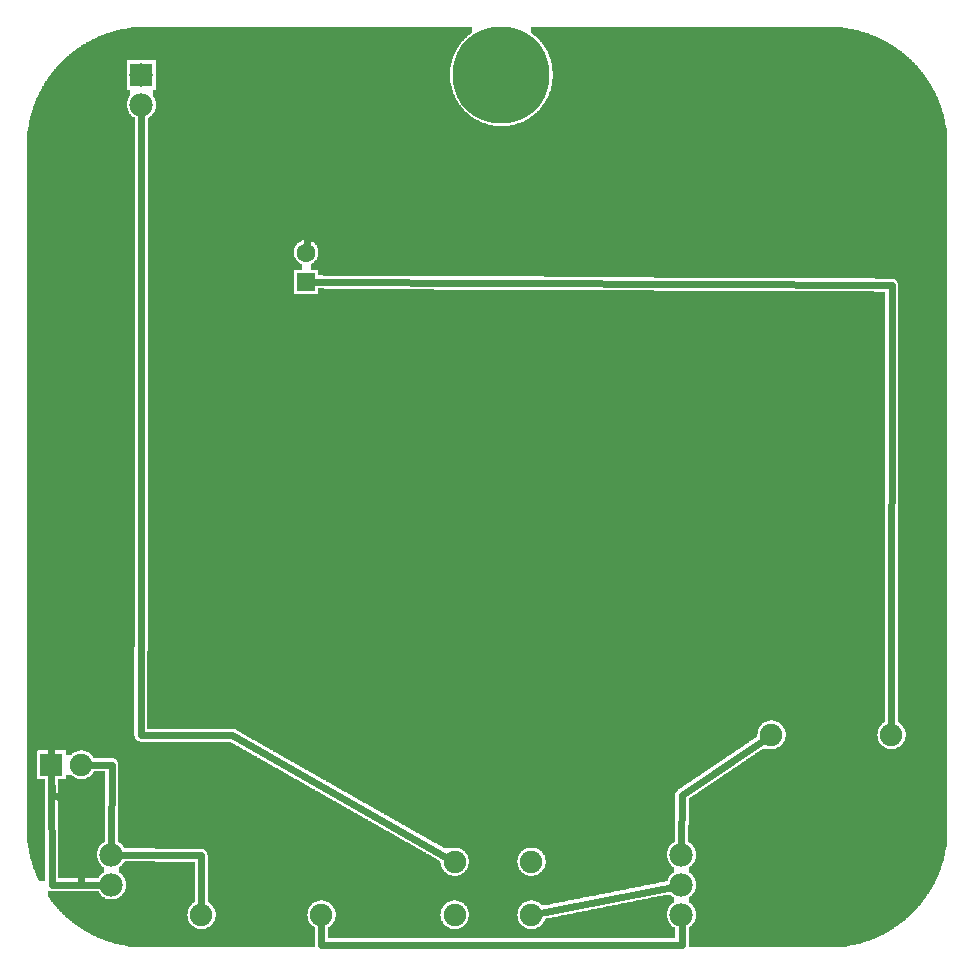
<source format=gtl>
G04 MADE WITH FRITZING*
G04 WWW.FRITZING.ORG*
G04 DOUBLE SIDED*
G04 HOLES PLATED*
G04 CONTOUR ON CENTER OF CONTOUR VECTOR*
%ASAXBY*%
%FSLAX23Y23*%
%MOIN*%
%OFA0B0*%
%SFA1.0B1.0*%
%ADD10C,0.075000*%
%ADD11C,0.062992*%
%ADD12C,0.078000*%
%ADD13C,0.322834*%
%ADD14R,0.062992X0.062992*%
%ADD15R,0.075000X0.075000*%
%ADD16R,0.078000X0.078000*%
%ADD17C,0.024000*%
%LNCOPPER1*%
G90*
G70*
G54D10*
X207Y527D03*
X524Y3036D03*
G54D11*
X971Y2259D03*
X971Y2357D03*
X971Y2259D03*
X971Y2357D03*
G54D12*
X322Y350D03*
X322Y250D03*
X2222Y350D03*
X2222Y250D03*
X2222Y150D03*
G54D10*
X2522Y750D03*
X2922Y750D03*
X622Y150D03*
X1022Y150D03*
X122Y650D03*
X222Y650D03*
X1466Y150D03*
X1722Y150D03*
X1466Y327D03*
X1722Y327D03*
X1466Y150D03*
X1722Y150D03*
X1466Y327D03*
X1722Y327D03*
G54D13*
X1622Y2950D03*
G54D12*
X422Y2950D03*
X422Y2850D03*
G54D14*
X971Y2259D03*
X971Y2259D03*
G54D15*
X122Y650D03*
G54D16*
X422Y2950D03*
G54D17*
X724Y748D02*
X1441Y341D01*
D02*
X421Y748D02*
X724Y748D01*
D02*
X422Y2819D02*
X421Y748D01*
D02*
X2193Y244D02*
X1750Y155D01*
D02*
X322Y380D02*
X323Y650D01*
D02*
X323Y650D02*
X251Y650D01*
D02*
X292Y250D02*
X123Y250D01*
D02*
X123Y250D02*
X122Y621D01*
D02*
X352Y349D02*
X621Y348D01*
D02*
X621Y348D02*
X622Y178D01*
D02*
X1022Y49D02*
X1022Y121D01*
D02*
X2224Y49D02*
X1022Y49D01*
D02*
X2223Y120D02*
X2224Y49D01*
D02*
X2224Y548D02*
X2222Y380D01*
D02*
X2499Y734D02*
X2224Y548D01*
D02*
X998Y2259D02*
X2923Y2248D01*
D02*
X2923Y2248D02*
X2922Y778D01*
D02*
X123Y548D02*
X207Y527D01*
D02*
X122Y621D02*
X123Y548D01*
D02*
X123Y2849D02*
X122Y678D01*
D02*
X321Y3050D02*
X123Y2849D01*
D02*
X524Y3036D02*
X321Y3050D01*
D02*
X1022Y3050D02*
X973Y2384D01*
D02*
X524Y3036D02*
X1022Y3050D01*
D02*
X207Y527D02*
X220Y250D01*
D02*
X220Y250D02*
X292Y250D01*
G36*
X264Y628D02*
X264Y626D01*
X262Y626D01*
X262Y622D01*
X260Y622D01*
X260Y620D01*
X258Y620D01*
X258Y618D01*
X256Y618D01*
X256Y616D01*
X254Y616D01*
X254Y614D01*
X252Y614D01*
X252Y612D01*
X250Y612D01*
X250Y610D01*
X246Y610D01*
X246Y608D01*
X242Y608D01*
X242Y606D01*
X236Y606D01*
X236Y604D01*
X228Y604D01*
X228Y602D01*
X300Y602D01*
X300Y628D01*
X264Y628D01*
G37*
D02*
G36*
X170Y616D02*
X170Y602D01*
X216Y602D01*
X216Y604D01*
X208Y604D01*
X208Y606D01*
X202Y606D01*
X202Y608D01*
X198Y608D01*
X198Y610D01*
X196Y610D01*
X196Y612D01*
X192Y612D01*
X192Y614D01*
X190Y614D01*
X190Y616D01*
X170Y616D01*
G37*
D02*
G36*
X144Y602D02*
X144Y600D01*
X300Y600D01*
X300Y602D01*
X144Y602D01*
G37*
D02*
G36*
X144Y602D02*
X144Y600D01*
X300Y600D01*
X300Y602D01*
X144Y602D01*
G37*
D02*
G36*
X144Y600D02*
X144Y272D01*
X280Y272D01*
X280Y276D01*
X282Y276D01*
X282Y280D01*
X284Y280D01*
X284Y282D01*
X286Y282D01*
X286Y284D01*
X288Y284D01*
X288Y286D01*
X290Y286D01*
X290Y288D01*
X292Y288D01*
X292Y290D01*
X296Y290D01*
X296Y310D01*
X292Y310D01*
X292Y312D01*
X290Y312D01*
X290Y314D01*
X288Y314D01*
X288Y316D01*
X286Y316D01*
X286Y318D01*
X284Y318D01*
X284Y322D01*
X282Y322D01*
X282Y324D01*
X280Y324D01*
X280Y328D01*
X278Y328D01*
X278Y332D01*
X276Y332D01*
X276Y338D01*
X274Y338D01*
X274Y362D01*
X276Y362D01*
X276Y368D01*
X278Y368D01*
X278Y372D01*
X280Y372D01*
X280Y376D01*
X282Y376D01*
X282Y380D01*
X284Y380D01*
X284Y382D01*
X286Y382D01*
X286Y384D01*
X288Y384D01*
X288Y386D01*
X290Y386D01*
X290Y388D01*
X292Y388D01*
X292Y390D01*
X296Y390D01*
X296Y392D01*
X300Y392D01*
X300Y600D01*
X144Y600D01*
G37*
D02*
G36*
X410Y3110D02*
X410Y3108D01*
X388Y3108D01*
X388Y3106D01*
X374Y3106D01*
X374Y3104D01*
X362Y3104D01*
X362Y3102D01*
X352Y3102D01*
X352Y3100D01*
X344Y3100D01*
X344Y3098D01*
X336Y3098D01*
X336Y3096D01*
X328Y3096D01*
X328Y3094D01*
X322Y3094D01*
X322Y3092D01*
X316Y3092D01*
X316Y3090D01*
X310Y3090D01*
X310Y3088D01*
X304Y3088D01*
X304Y3086D01*
X298Y3086D01*
X298Y3084D01*
X294Y3084D01*
X294Y3082D01*
X288Y3082D01*
X288Y3080D01*
X282Y3080D01*
X282Y3078D01*
X278Y3078D01*
X278Y3076D01*
X274Y3076D01*
X274Y3074D01*
X270Y3074D01*
X270Y3072D01*
X266Y3072D01*
X266Y3070D01*
X262Y3070D01*
X262Y3068D01*
X258Y3068D01*
X258Y3066D01*
X254Y3066D01*
X254Y3064D01*
X250Y3064D01*
X250Y3062D01*
X246Y3062D01*
X246Y3060D01*
X242Y3060D01*
X242Y3058D01*
X238Y3058D01*
X238Y3056D01*
X236Y3056D01*
X236Y3054D01*
X232Y3054D01*
X232Y3052D01*
X228Y3052D01*
X228Y3050D01*
X226Y3050D01*
X226Y3048D01*
X222Y3048D01*
X222Y3046D01*
X220Y3046D01*
X220Y3044D01*
X216Y3044D01*
X216Y3042D01*
X214Y3042D01*
X214Y3040D01*
X210Y3040D01*
X210Y3038D01*
X208Y3038D01*
X208Y3036D01*
X204Y3036D01*
X204Y3034D01*
X202Y3034D01*
X202Y3032D01*
X200Y3032D01*
X200Y3030D01*
X196Y3030D01*
X196Y3028D01*
X194Y3028D01*
X194Y3026D01*
X192Y3026D01*
X192Y3024D01*
X188Y3024D01*
X188Y3022D01*
X186Y3022D01*
X186Y3020D01*
X184Y3020D01*
X184Y3018D01*
X182Y3018D01*
X182Y3016D01*
X180Y3016D01*
X180Y3014D01*
X176Y3014D01*
X176Y3012D01*
X174Y3012D01*
X174Y3010D01*
X172Y3010D01*
X172Y3008D01*
X170Y3008D01*
X170Y3006D01*
X168Y3006D01*
X168Y3004D01*
X166Y3004D01*
X166Y3002D01*
X164Y3002D01*
X164Y3000D01*
X470Y3000D01*
X470Y2998D01*
X472Y2998D01*
X472Y2902D01*
X470Y2902D01*
X470Y2900D01*
X460Y2900D01*
X460Y2880D01*
X462Y2880D01*
X462Y2876D01*
X464Y2876D01*
X464Y2874D01*
X466Y2874D01*
X466Y2870D01*
X468Y2870D01*
X468Y2864D01*
X470Y2864D01*
X470Y2854D01*
X472Y2854D01*
X472Y2846D01*
X470Y2846D01*
X470Y2836D01*
X468Y2836D01*
X468Y2830D01*
X466Y2830D01*
X466Y2826D01*
X464Y2826D01*
X464Y2824D01*
X462Y2824D01*
X462Y2820D01*
X460Y2820D01*
X460Y2818D01*
X458Y2818D01*
X458Y2816D01*
X456Y2816D01*
X456Y2814D01*
X454Y2814D01*
X454Y2812D01*
X452Y2812D01*
X452Y2810D01*
X448Y2810D01*
X448Y2808D01*
X446Y2808D01*
X446Y2806D01*
X444Y2806D01*
X444Y2778D01*
X1612Y2778D01*
X1612Y2780D01*
X1594Y2780D01*
X1594Y2782D01*
X1584Y2782D01*
X1584Y2784D01*
X1576Y2784D01*
X1576Y2786D01*
X1570Y2786D01*
X1570Y2788D01*
X1564Y2788D01*
X1564Y2790D01*
X1558Y2790D01*
X1558Y2792D01*
X1554Y2792D01*
X1554Y2794D01*
X1550Y2794D01*
X1550Y2796D01*
X1546Y2796D01*
X1546Y2798D01*
X1542Y2798D01*
X1542Y2800D01*
X1538Y2800D01*
X1538Y2802D01*
X1534Y2802D01*
X1534Y2804D01*
X1532Y2804D01*
X1532Y2806D01*
X1528Y2806D01*
X1528Y2808D01*
X1524Y2808D01*
X1524Y2810D01*
X1522Y2810D01*
X1522Y2812D01*
X1520Y2812D01*
X1520Y2814D01*
X1516Y2814D01*
X1516Y2816D01*
X1514Y2816D01*
X1514Y2818D01*
X1512Y2818D01*
X1512Y2820D01*
X1510Y2820D01*
X1510Y2822D01*
X1508Y2822D01*
X1508Y2824D01*
X1506Y2824D01*
X1506Y2826D01*
X1502Y2826D01*
X1502Y2828D01*
X1500Y2828D01*
X1500Y2830D01*
X1498Y2830D01*
X1498Y2834D01*
X1496Y2834D01*
X1496Y2836D01*
X1494Y2836D01*
X1494Y2838D01*
X1492Y2838D01*
X1492Y2840D01*
X1490Y2840D01*
X1490Y2842D01*
X1488Y2842D01*
X1488Y2844D01*
X1486Y2844D01*
X1486Y2848D01*
X1484Y2848D01*
X1484Y2850D01*
X1482Y2850D01*
X1482Y2852D01*
X1480Y2852D01*
X1480Y2856D01*
X1478Y2856D01*
X1478Y2860D01*
X1476Y2860D01*
X1476Y2862D01*
X1474Y2862D01*
X1474Y2866D01*
X1472Y2866D01*
X1472Y2870D01*
X1470Y2870D01*
X1470Y2874D01*
X1468Y2874D01*
X1468Y2878D01*
X1466Y2878D01*
X1466Y2882D01*
X1464Y2882D01*
X1464Y2886D01*
X1462Y2886D01*
X1462Y2892D01*
X1460Y2892D01*
X1460Y2898D01*
X1458Y2898D01*
X1458Y2906D01*
X1456Y2906D01*
X1456Y2912D01*
X1454Y2912D01*
X1454Y2924D01*
X1452Y2924D01*
X1452Y2944D01*
X1450Y2944D01*
X1450Y2956D01*
X1452Y2956D01*
X1452Y2976D01*
X1454Y2976D01*
X1454Y2988D01*
X1456Y2988D01*
X1456Y2994D01*
X1458Y2994D01*
X1458Y3002D01*
X1460Y3002D01*
X1460Y3008D01*
X1462Y3008D01*
X1462Y3014D01*
X1464Y3014D01*
X1464Y3018D01*
X1466Y3018D01*
X1466Y3022D01*
X1468Y3022D01*
X1468Y3026D01*
X1470Y3026D01*
X1470Y3030D01*
X1472Y3030D01*
X1472Y3034D01*
X1474Y3034D01*
X1474Y3038D01*
X1476Y3038D01*
X1476Y3040D01*
X1478Y3040D01*
X1478Y3044D01*
X1480Y3044D01*
X1480Y3048D01*
X1482Y3048D01*
X1482Y3050D01*
X1484Y3050D01*
X1484Y3052D01*
X1486Y3052D01*
X1486Y3056D01*
X1488Y3056D01*
X1488Y3058D01*
X1490Y3058D01*
X1490Y3060D01*
X1492Y3060D01*
X1492Y3062D01*
X1494Y3062D01*
X1494Y3064D01*
X1496Y3064D01*
X1496Y3066D01*
X1498Y3066D01*
X1498Y3070D01*
X1500Y3070D01*
X1500Y3072D01*
X1502Y3072D01*
X1502Y3074D01*
X1506Y3074D01*
X1506Y3076D01*
X1508Y3076D01*
X1508Y3078D01*
X1510Y3078D01*
X1510Y3080D01*
X1512Y3080D01*
X1512Y3082D01*
X1514Y3082D01*
X1514Y3084D01*
X1516Y3084D01*
X1516Y3086D01*
X1520Y3086D01*
X1520Y3088D01*
X1522Y3088D01*
X1522Y3090D01*
X1524Y3090D01*
X1524Y3110D01*
X410Y3110D01*
G37*
D02*
G36*
X1720Y3110D02*
X1720Y3090D01*
X1722Y3090D01*
X1722Y3088D01*
X1724Y3088D01*
X1724Y3086D01*
X1728Y3086D01*
X1728Y3084D01*
X1730Y3084D01*
X1730Y3082D01*
X1732Y3082D01*
X1732Y3080D01*
X1734Y3080D01*
X1734Y3078D01*
X1738Y3078D01*
X1738Y3076D01*
X1740Y3076D01*
X1740Y3074D01*
X1742Y3074D01*
X1742Y3072D01*
X1744Y3072D01*
X1744Y3070D01*
X1746Y3070D01*
X1746Y3068D01*
X1748Y3068D01*
X1748Y3066D01*
X1750Y3066D01*
X1750Y3062D01*
X1752Y3062D01*
X1752Y3060D01*
X1754Y3060D01*
X1754Y3058D01*
X1756Y3058D01*
X1756Y3056D01*
X1758Y3056D01*
X1758Y3052D01*
X1760Y3052D01*
X1760Y3050D01*
X1762Y3050D01*
X1762Y3048D01*
X1764Y3048D01*
X1764Y3044D01*
X1766Y3044D01*
X1766Y3042D01*
X1768Y3042D01*
X1768Y3038D01*
X1770Y3038D01*
X1770Y3034D01*
X1772Y3034D01*
X1772Y3032D01*
X1774Y3032D01*
X1774Y3028D01*
X1776Y3028D01*
X1776Y3024D01*
X1778Y3024D01*
X1778Y3020D01*
X1780Y3020D01*
X1780Y3014D01*
X1782Y3014D01*
X1782Y3008D01*
X1784Y3008D01*
X1784Y3004D01*
X1786Y3004D01*
X1786Y2996D01*
X1788Y2996D01*
X1788Y2988D01*
X1790Y2988D01*
X1790Y2978D01*
X1792Y2978D01*
X1792Y2964D01*
X1794Y2964D01*
X1794Y2936D01*
X1792Y2936D01*
X1792Y2922D01*
X1790Y2922D01*
X1790Y2912D01*
X1788Y2912D01*
X1788Y2904D01*
X1786Y2904D01*
X1786Y2896D01*
X1784Y2896D01*
X1784Y2892D01*
X1782Y2892D01*
X1782Y2886D01*
X1780Y2886D01*
X1780Y2880D01*
X1778Y2880D01*
X1778Y2876D01*
X1776Y2876D01*
X1776Y2872D01*
X1774Y2872D01*
X1774Y2868D01*
X1772Y2868D01*
X1772Y2866D01*
X1770Y2866D01*
X1770Y2862D01*
X1768Y2862D01*
X1768Y2858D01*
X1766Y2858D01*
X1766Y2856D01*
X1764Y2856D01*
X1764Y2852D01*
X1762Y2852D01*
X1762Y2850D01*
X1760Y2850D01*
X1760Y2848D01*
X1758Y2848D01*
X1758Y2844D01*
X1756Y2844D01*
X1756Y2842D01*
X1754Y2842D01*
X1754Y2840D01*
X1752Y2840D01*
X1752Y2838D01*
X1750Y2838D01*
X1750Y2834D01*
X1748Y2834D01*
X1748Y2832D01*
X1746Y2832D01*
X1746Y2830D01*
X1744Y2830D01*
X1744Y2828D01*
X1742Y2828D01*
X1742Y2826D01*
X1740Y2826D01*
X1740Y2824D01*
X1738Y2824D01*
X1738Y2822D01*
X1734Y2822D01*
X1734Y2820D01*
X1732Y2820D01*
X1732Y2818D01*
X1730Y2818D01*
X1730Y2816D01*
X1728Y2816D01*
X1728Y2814D01*
X1724Y2814D01*
X1724Y2812D01*
X1722Y2812D01*
X1722Y2810D01*
X1720Y2810D01*
X1720Y2808D01*
X1716Y2808D01*
X1716Y2806D01*
X1714Y2806D01*
X1714Y2804D01*
X1710Y2804D01*
X1710Y2802D01*
X1706Y2802D01*
X1706Y2800D01*
X1704Y2800D01*
X1704Y2798D01*
X1700Y2798D01*
X1700Y2796D01*
X1696Y2796D01*
X1696Y2794D01*
X1690Y2794D01*
X1690Y2792D01*
X1686Y2792D01*
X1686Y2790D01*
X1680Y2790D01*
X1680Y2788D01*
X1674Y2788D01*
X1674Y2786D01*
X1668Y2786D01*
X1668Y2784D01*
X1660Y2784D01*
X1660Y2782D01*
X1650Y2782D01*
X1650Y2780D01*
X1632Y2780D01*
X1632Y2778D01*
X3104Y2778D01*
X3104Y2784D01*
X3102Y2784D01*
X3102Y2796D01*
X3100Y2796D01*
X3100Y2804D01*
X3098Y2804D01*
X3098Y2812D01*
X3096Y2812D01*
X3096Y2820D01*
X3094Y2820D01*
X3094Y2826D01*
X3092Y2826D01*
X3092Y2834D01*
X3090Y2834D01*
X3090Y2840D01*
X3088Y2840D01*
X3088Y2846D01*
X3086Y2846D01*
X3086Y2850D01*
X3084Y2850D01*
X3084Y2856D01*
X3082Y2856D01*
X3082Y2860D01*
X3080Y2860D01*
X3080Y2866D01*
X3078Y2866D01*
X3078Y2870D01*
X3076Y2870D01*
X3076Y2876D01*
X3074Y2876D01*
X3074Y2880D01*
X3072Y2880D01*
X3072Y2884D01*
X3070Y2884D01*
X3070Y2888D01*
X3068Y2888D01*
X3068Y2892D01*
X3066Y2892D01*
X3066Y2896D01*
X3064Y2896D01*
X3064Y2900D01*
X3062Y2900D01*
X3062Y2904D01*
X3060Y2904D01*
X3060Y2906D01*
X3058Y2906D01*
X3058Y2910D01*
X3056Y2910D01*
X3056Y2914D01*
X3054Y2914D01*
X3054Y2918D01*
X3052Y2918D01*
X3052Y2920D01*
X3050Y2920D01*
X3050Y2924D01*
X3048Y2924D01*
X3048Y2926D01*
X3046Y2926D01*
X3046Y2930D01*
X3044Y2930D01*
X3044Y2934D01*
X3042Y2934D01*
X3042Y2936D01*
X3040Y2936D01*
X3040Y2940D01*
X3038Y2940D01*
X3038Y2942D01*
X3036Y2942D01*
X3036Y2944D01*
X3034Y2944D01*
X3034Y2948D01*
X3032Y2948D01*
X3032Y2950D01*
X3030Y2950D01*
X3030Y2952D01*
X3028Y2952D01*
X3028Y2956D01*
X3026Y2956D01*
X3026Y2958D01*
X3024Y2958D01*
X3024Y2960D01*
X3022Y2960D01*
X3022Y2964D01*
X3020Y2964D01*
X3020Y2966D01*
X3018Y2966D01*
X3018Y2968D01*
X3016Y2968D01*
X3016Y2970D01*
X3014Y2970D01*
X3014Y2972D01*
X3012Y2972D01*
X3012Y2974D01*
X3010Y2974D01*
X3010Y2978D01*
X3008Y2978D01*
X3008Y2980D01*
X3006Y2980D01*
X3006Y2982D01*
X3004Y2982D01*
X3004Y2984D01*
X3002Y2984D01*
X3002Y2986D01*
X3000Y2986D01*
X3000Y2988D01*
X2998Y2988D01*
X2998Y2990D01*
X2996Y2990D01*
X2996Y2992D01*
X2994Y2992D01*
X2994Y2994D01*
X2992Y2994D01*
X2992Y2996D01*
X2990Y2996D01*
X2990Y2998D01*
X2988Y2998D01*
X2988Y3000D01*
X2986Y3000D01*
X2986Y3002D01*
X2984Y3002D01*
X2984Y3004D01*
X2982Y3004D01*
X2982Y3006D01*
X2980Y3006D01*
X2980Y3008D01*
X2978Y3008D01*
X2978Y3010D01*
X2974Y3010D01*
X2974Y3012D01*
X2972Y3012D01*
X2972Y3014D01*
X2970Y3014D01*
X2970Y3016D01*
X2968Y3016D01*
X2968Y3018D01*
X2966Y3018D01*
X2966Y3020D01*
X2964Y3020D01*
X2964Y3022D01*
X2960Y3022D01*
X2960Y3024D01*
X2958Y3024D01*
X2958Y3026D01*
X2956Y3026D01*
X2956Y3028D01*
X2954Y3028D01*
X2954Y3030D01*
X2950Y3030D01*
X2950Y3032D01*
X2948Y3032D01*
X2948Y3034D01*
X2944Y3034D01*
X2944Y3036D01*
X2942Y3036D01*
X2942Y3038D01*
X2940Y3038D01*
X2940Y3040D01*
X2936Y3040D01*
X2936Y3042D01*
X2934Y3042D01*
X2934Y3044D01*
X2930Y3044D01*
X2930Y3046D01*
X2928Y3046D01*
X2928Y3048D01*
X2924Y3048D01*
X2924Y3050D01*
X2920Y3050D01*
X2920Y3052D01*
X2918Y3052D01*
X2918Y3054D01*
X2914Y3054D01*
X2914Y3056D01*
X2910Y3056D01*
X2910Y3058D01*
X2908Y3058D01*
X2908Y3060D01*
X2904Y3060D01*
X2904Y3062D01*
X2900Y3062D01*
X2900Y3064D01*
X2896Y3064D01*
X2896Y3066D01*
X2892Y3066D01*
X2892Y3068D01*
X2888Y3068D01*
X2888Y3070D01*
X2884Y3070D01*
X2884Y3072D01*
X2880Y3072D01*
X2880Y3074D01*
X2876Y3074D01*
X2876Y3076D01*
X2872Y3076D01*
X2872Y3078D01*
X2866Y3078D01*
X2866Y3080D01*
X2862Y3080D01*
X2862Y3082D01*
X2856Y3082D01*
X2856Y3084D01*
X2852Y3084D01*
X2852Y3086D01*
X2846Y3086D01*
X2846Y3088D01*
X2840Y3088D01*
X2840Y3090D01*
X2834Y3090D01*
X2834Y3092D01*
X2828Y3092D01*
X2828Y3094D01*
X2820Y3094D01*
X2820Y3096D01*
X2814Y3096D01*
X2814Y3098D01*
X2806Y3098D01*
X2806Y3100D01*
X2796Y3100D01*
X2796Y3102D01*
X2786Y3102D01*
X2786Y3104D01*
X2776Y3104D01*
X2776Y3106D01*
X2760Y3106D01*
X2760Y3108D01*
X2740Y3108D01*
X2740Y3110D01*
X1720Y3110D01*
G37*
D02*
G36*
X162Y3000D02*
X162Y2998D01*
X160Y2998D01*
X160Y2996D01*
X158Y2996D01*
X158Y2994D01*
X156Y2994D01*
X156Y2992D01*
X154Y2992D01*
X154Y2990D01*
X152Y2990D01*
X152Y2988D01*
X150Y2988D01*
X150Y2986D01*
X148Y2986D01*
X148Y2984D01*
X146Y2984D01*
X146Y2982D01*
X144Y2982D01*
X144Y2980D01*
X142Y2980D01*
X142Y2978D01*
X140Y2978D01*
X140Y2976D01*
X138Y2976D01*
X138Y2974D01*
X136Y2974D01*
X136Y2970D01*
X134Y2970D01*
X134Y2968D01*
X132Y2968D01*
X132Y2966D01*
X130Y2966D01*
X130Y2964D01*
X128Y2964D01*
X128Y2962D01*
X126Y2962D01*
X126Y2958D01*
X124Y2958D01*
X124Y2956D01*
X122Y2956D01*
X122Y2954D01*
X120Y2954D01*
X120Y2950D01*
X118Y2950D01*
X118Y2948D01*
X116Y2948D01*
X116Y2946D01*
X114Y2946D01*
X114Y2942D01*
X112Y2942D01*
X112Y2940D01*
X110Y2940D01*
X110Y2936D01*
X108Y2936D01*
X108Y2934D01*
X106Y2934D01*
X106Y2930D01*
X104Y2930D01*
X104Y2928D01*
X102Y2928D01*
X102Y2924D01*
X100Y2924D01*
X100Y2922D01*
X98Y2922D01*
X98Y2918D01*
X96Y2918D01*
X96Y2914D01*
X94Y2914D01*
X94Y2912D01*
X92Y2912D01*
X92Y2908D01*
X90Y2908D01*
X90Y2904D01*
X88Y2904D01*
X88Y2900D01*
X86Y2900D01*
X86Y2896D01*
X84Y2896D01*
X84Y2892D01*
X82Y2892D01*
X82Y2888D01*
X80Y2888D01*
X80Y2884D01*
X78Y2884D01*
X78Y2880D01*
X76Y2880D01*
X76Y2876D01*
X74Y2876D01*
X74Y2872D01*
X72Y2872D01*
X72Y2868D01*
X70Y2868D01*
X70Y2862D01*
X68Y2862D01*
X68Y2856D01*
X66Y2856D01*
X66Y2852D01*
X64Y2852D01*
X64Y2846D01*
X62Y2846D01*
X62Y2840D01*
X60Y2840D01*
X60Y2834D01*
X58Y2834D01*
X58Y2828D01*
X56Y2828D01*
X56Y2822D01*
X54Y2822D01*
X54Y2814D01*
X52Y2814D01*
X52Y2806D01*
X50Y2806D01*
X50Y2798D01*
X48Y2798D01*
X48Y2788D01*
X46Y2788D01*
X46Y2776D01*
X44Y2776D01*
X44Y2762D01*
X42Y2762D01*
X42Y2740D01*
X40Y2740D01*
X40Y698D01*
X228Y698D01*
X228Y696D01*
X236Y696D01*
X236Y694D01*
X242Y694D01*
X242Y692D01*
X246Y692D01*
X246Y690D01*
X250Y690D01*
X250Y688D01*
X252Y688D01*
X252Y686D01*
X254Y686D01*
X254Y684D01*
X256Y684D01*
X256Y682D01*
X258Y682D01*
X258Y680D01*
X260Y680D01*
X260Y678D01*
X262Y678D01*
X262Y674D01*
X264Y674D01*
X264Y672D01*
X332Y672D01*
X332Y670D01*
X336Y670D01*
X336Y668D01*
X338Y668D01*
X338Y666D01*
X340Y666D01*
X340Y664D01*
X342Y664D01*
X342Y660D01*
X344Y660D01*
X344Y394D01*
X346Y394D01*
X346Y392D01*
X348Y392D01*
X348Y390D01*
X352Y390D01*
X352Y388D01*
X354Y388D01*
X354Y386D01*
X356Y386D01*
X356Y384D01*
X358Y384D01*
X358Y382D01*
X360Y382D01*
X360Y380D01*
X362Y380D01*
X362Y376D01*
X364Y376D01*
X364Y374D01*
X366Y374D01*
X366Y372D01*
X468Y372D01*
X468Y370D01*
X628Y370D01*
X628Y368D01*
X632Y368D01*
X632Y366D01*
X634Y366D01*
X634Y364D01*
X638Y364D01*
X638Y360D01*
X640Y360D01*
X640Y358D01*
X642Y358D01*
X642Y350D01*
X644Y350D01*
X644Y280D01*
X1456Y280D01*
X1456Y282D01*
X1450Y282D01*
X1450Y284D01*
X1444Y284D01*
X1444Y286D01*
X1442Y286D01*
X1442Y288D01*
X1438Y288D01*
X1438Y290D01*
X1436Y290D01*
X1436Y292D01*
X1434Y292D01*
X1434Y294D01*
X1432Y294D01*
X1432Y296D01*
X1430Y296D01*
X1430Y298D01*
X1428Y298D01*
X1428Y300D01*
X1426Y300D01*
X1426Y304D01*
X1424Y304D01*
X1424Y308D01*
X1422Y308D01*
X1422Y314D01*
X1420Y314D01*
X1420Y324D01*
X1418Y324D01*
X1418Y330D01*
X1414Y330D01*
X1414Y332D01*
X1412Y332D01*
X1412Y334D01*
X1408Y334D01*
X1408Y336D01*
X1404Y336D01*
X1404Y338D01*
X1400Y338D01*
X1400Y340D01*
X1398Y340D01*
X1398Y342D01*
X1394Y342D01*
X1394Y344D01*
X1390Y344D01*
X1390Y346D01*
X1386Y346D01*
X1386Y348D01*
X1384Y348D01*
X1384Y350D01*
X1380Y350D01*
X1380Y352D01*
X1376Y352D01*
X1376Y354D01*
X1372Y354D01*
X1372Y356D01*
X1370Y356D01*
X1370Y358D01*
X1366Y358D01*
X1366Y360D01*
X1362Y360D01*
X1362Y362D01*
X1358Y362D01*
X1358Y364D01*
X1356Y364D01*
X1356Y366D01*
X1352Y366D01*
X1352Y368D01*
X1348Y368D01*
X1348Y370D01*
X1344Y370D01*
X1344Y372D01*
X1340Y372D01*
X1340Y374D01*
X1338Y374D01*
X1338Y376D01*
X1334Y376D01*
X1334Y378D01*
X1330Y378D01*
X1330Y380D01*
X1326Y380D01*
X1326Y382D01*
X1324Y382D01*
X1324Y384D01*
X1320Y384D01*
X1320Y386D01*
X1316Y386D01*
X1316Y388D01*
X1312Y388D01*
X1312Y390D01*
X1310Y390D01*
X1310Y392D01*
X1306Y392D01*
X1306Y394D01*
X1302Y394D01*
X1302Y396D01*
X1298Y396D01*
X1298Y398D01*
X1296Y398D01*
X1296Y400D01*
X1292Y400D01*
X1292Y402D01*
X1288Y402D01*
X1288Y404D01*
X1284Y404D01*
X1284Y406D01*
X1282Y406D01*
X1282Y408D01*
X1278Y408D01*
X1278Y410D01*
X1274Y410D01*
X1274Y412D01*
X1270Y412D01*
X1270Y414D01*
X1266Y414D01*
X1266Y416D01*
X1264Y416D01*
X1264Y418D01*
X1260Y418D01*
X1260Y420D01*
X1256Y420D01*
X1256Y422D01*
X1252Y422D01*
X1252Y424D01*
X1250Y424D01*
X1250Y426D01*
X1246Y426D01*
X1246Y428D01*
X1242Y428D01*
X1242Y430D01*
X1238Y430D01*
X1238Y432D01*
X1236Y432D01*
X1236Y434D01*
X1232Y434D01*
X1232Y436D01*
X1228Y436D01*
X1228Y438D01*
X1224Y438D01*
X1224Y440D01*
X1222Y440D01*
X1222Y442D01*
X1218Y442D01*
X1218Y444D01*
X1214Y444D01*
X1214Y446D01*
X1210Y446D01*
X1210Y448D01*
X1208Y448D01*
X1208Y450D01*
X1204Y450D01*
X1204Y452D01*
X1200Y452D01*
X1200Y454D01*
X1196Y454D01*
X1196Y456D01*
X1192Y456D01*
X1192Y458D01*
X1190Y458D01*
X1190Y460D01*
X1186Y460D01*
X1186Y462D01*
X1182Y462D01*
X1182Y464D01*
X1178Y464D01*
X1178Y466D01*
X1176Y466D01*
X1176Y468D01*
X1172Y468D01*
X1172Y470D01*
X1168Y470D01*
X1168Y472D01*
X1164Y472D01*
X1164Y474D01*
X1162Y474D01*
X1162Y476D01*
X1158Y476D01*
X1158Y478D01*
X1154Y478D01*
X1154Y480D01*
X1150Y480D01*
X1150Y482D01*
X1148Y482D01*
X1148Y484D01*
X1144Y484D01*
X1144Y486D01*
X1140Y486D01*
X1140Y488D01*
X1136Y488D01*
X1136Y490D01*
X1132Y490D01*
X1132Y492D01*
X1130Y492D01*
X1130Y494D01*
X1126Y494D01*
X1126Y496D01*
X1122Y496D01*
X1122Y498D01*
X1118Y498D01*
X1118Y500D01*
X1116Y500D01*
X1116Y502D01*
X1112Y502D01*
X1112Y504D01*
X1108Y504D01*
X1108Y506D01*
X1104Y506D01*
X1104Y508D01*
X1102Y508D01*
X1102Y510D01*
X1098Y510D01*
X1098Y512D01*
X1094Y512D01*
X1094Y514D01*
X1090Y514D01*
X1090Y516D01*
X1088Y516D01*
X1088Y518D01*
X1084Y518D01*
X1084Y520D01*
X1080Y520D01*
X1080Y522D01*
X1076Y522D01*
X1076Y524D01*
X1074Y524D01*
X1074Y526D01*
X1070Y526D01*
X1070Y528D01*
X1066Y528D01*
X1066Y530D01*
X1062Y530D01*
X1062Y532D01*
X1058Y532D01*
X1058Y534D01*
X1056Y534D01*
X1056Y536D01*
X1052Y536D01*
X1052Y538D01*
X1048Y538D01*
X1048Y540D01*
X1044Y540D01*
X1044Y542D01*
X1042Y542D01*
X1042Y544D01*
X1038Y544D01*
X1038Y546D01*
X1034Y546D01*
X1034Y548D01*
X1030Y548D01*
X1030Y550D01*
X1028Y550D01*
X1028Y552D01*
X1024Y552D01*
X1024Y554D01*
X1020Y554D01*
X1020Y556D01*
X1016Y556D01*
X1016Y558D01*
X1014Y558D01*
X1014Y560D01*
X1010Y560D01*
X1010Y562D01*
X1006Y562D01*
X1006Y564D01*
X1002Y564D01*
X1002Y566D01*
X1000Y566D01*
X1000Y568D01*
X996Y568D01*
X996Y570D01*
X992Y570D01*
X992Y572D01*
X988Y572D01*
X988Y574D01*
X984Y574D01*
X984Y576D01*
X982Y576D01*
X982Y578D01*
X978Y578D01*
X978Y580D01*
X974Y580D01*
X974Y582D01*
X970Y582D01*
X970Y584D01*
X968Y584D01*
X968Y586D01*
X964Y586D01*
X964Y588D01*
X960Y588D01*
X960Y590D01*
X956Y590D01*
X956Y592D01*
X954Y592D01*
X954Y594D01*
X950Y594D01*
X950Y596D01*
X946Y596D01*
X946Y598D01*
X942Y598D01*
X942Y600D01*
X940Y600D01*
X940Y602D01*
X936Y602D01*
X936Y604D01*
X932Y604D01*
X932Y606D01*
X928Y606D01*
X928Y608D01*
X926Y608D01*
X926Y610D01*
X922Y610D01*
X922Y612D01*
X918Y612D01*
X918Y614D01*
X914Y614D01*
X914Y616D01*
X910Y616D01*
X910Y618D01*
X908Y618D01*
X908Y620D01*
X904Y620D01*
X904Y622D01*
X900Y622D01*
X900Y624D01*
X896Y624D01*
X896Y626D01*
X894Y626D01*
X894Y628D01*
X890Y628D01*
X890Y630D01*
X886Y630D01*
X886Y632D01*
X882Y632D01*
X882Y634D01*
X880Y634D01*
X880Y636D01*
X876Y636D01*
X876Y638D01*
X872Y638D01*
X872Y640D01*
X868Y640D01*
X868Y642D01*
X866Y642D01*
X866Y644D01*
X862Y644D01*
X862Y646D01*
X858Y646D01*
X858Y648D01*
X854Y648D01*
X854Y650D01*
X852Y650D01*
X852Y652D01*
X848Y652D01*
X848Y654D01*
X844Y654D01*
X844Y656D01*
X840Y656D01*
X840Y658D01*
X836Y658D01*
X836Y660D01*
X834Y660D01*
X834Y662D01*
X830Y662D01*
X830Y664D01*
X826Y664D01*
X826Y666D01*
X822Y666D01*
X822Y668D01*
X820Y668D01*
X820Y670D01*
X816Y670D01*
X816Y672D01*
X812Y672D01*
X812Y674D01*
X808Y674D01*
X808Y676D01*
X806Y676D01*
X806Y678D01*
X802Y678D01*
X802Y680D01*
X798Y680D01*
X798Y682D01*
X794Y682D01*
X794Y684D01*
X792Y684D01*
X792Y686D01*
X788Y686D01*
X788Y688D01*
X784Y688D01*
X784Y690D01*
X780Y690D01*
X780Y692D01*
X776Y692D01*
X776Y694D01*
X774Y694D01*
X774Y696D01*
X770Y696D01*
X770Y698D01*
X766Y698D01*
X766Y700D01*
X762Y700D01*
X762Y702D01*
X760Y702D01*
X760Y704D01*
X756Y704D01*
X756Y706D01*
X752Y706D01*
X752Y708D01*
X748Y708D01*
X748Y710D01*
X746Y710D01*
X746Y712D01*
X742Y712D01*
X742Y714D01*
X738Y714D01*
X738Y716D01*
X734Y716D01*
X734Y718D01*
X732Y718D01*
X732Y720D01*
X728Y720D01*
X728Y722D01*
X724Y722D01*
X724Y724D01*
X720Y724D01*
X720Y726D01*
X416Y726D01*
X416Y728D01*
X410Y728D01*
X410Y730D01*
X408Y730D01*
X408Y732D01*
X406Y732D01*
X406Y734D01*
X404Y734D01*
X404Y736D01*
X402Y736D01*
X402Y740D01*
X400Y740D01*
X400Y746D01*
X398Y746D01*
X398Y1044D01*
X400Y1044D01*
X400Y2808D01*
X396Y2808D01*
X396Y2810D01*
X392Y2810D01*
X392Y2812D01*
X390Y2812D01*
X390Y2814D01*
X388Y2814D01*
X388Y2816D01*
X386Y2816D01*
X386Y2818D01*
X384Y2818D01*
X384Y2820D01*
X382Y2820D01*
X382Y2824D01*
X380Y2824D01*
X380Y2828D01*
X378Y2828D01*
X378Y2832D01*
X376Y2832D01*
X376Y2838D01*
X374Y2838D01*
X374Y2862D01*
X376Y2862D01*
X376Y2868D01*
X378Y2868D01*
X378Y2872D01*
X380Y2872D01*
X380Y2876D01*
X382Y2876D01*
X382Y2880D01*
X384Y2880D01*
X384Y2900D01*
X374Y2900D01*
X374Y3000D01*
X162Y3000D01*
G37*
D02*
G36*
X444Y2778D02*
X444Y2776D01*
X3104Y2776D01*
X3104Y2778D01*
X444Y2778D01*
G37*
D02*
G36*
X444Y2778D02*
X444Y2776D01*
X3104Y2776D01*
X3104Y2778D01*
X444Y2778D01*
G37*
D02*
G36*
X444Y2776D02*
X444Y2400D01*
X974Y2400D01*
X974Y2398D01*
X984Y2398D01*
X984Y2396D01*
X988Y2396D01*
X988Y2394D01*
X992Y2394D01*
X992Y2392D01*
X996Y2392D01*
X996Y2390D01*
X998Y2390D01*
X998Y2388D01*
X1000Y2388D01*
X1000Y2386D01*
X1002Y2386D01*
X1002Y2384D01*
X1004Y2384D01*
X1004Y2382D01*
X1006Y2382D01*
X1006Y2378D01*
X1008Y2378D01*
X1008Y2374D01*
X1010Y2374D01*
X1010Y2368D01*
X1012Y2368D01*
X1012Y2348D01*
X1010Y2348D01*
X1010Y2342D01*
X1008Y2342D01*
X1008Y2338D01*
X1006Y2338D01*
X1006Y2334D01*
X1004Y2334D01*
X1004Y2332D01*
X1002Y2332D01*
X1002Y2330D01*
X1000Y2330D01*
X1000Y2328D01*
X998Y2328D01*
X998Y2326D01*
X996Y2326D01*
X996Y2324D01*
X994Y2324D01*
X994Y2322D01*
X990Y2322D01*
X990Y2320D01*
X986Y2320D01*
X986Y2300D01*
X1012Y2300D01*
X1012Y2282D01*
X1028Y2282D01*
X1028Y2280D01*
X1396Y2280D01*
X1396Y2278D01*
X1764Y2278D01*
X1764Y2276D01*
X2132Y2276D01*
X2132Y2274D01*
X2500Y2274D01*
X2500Y2272D01*
X2868Y2272D01*
X2868Y2270D01*
X2930Y2270D01*
X2930Y2268D01*
X2934Y2268D01*
X2934Y2266D01*
X2938Y2266D01*
X2938Y2264D01*
X2940Y2264D01*
X2940Y2260D01*
X2942Y2260D01*
X2942Y2256D01*
X2944Y2256D01*
X2944Y792D01*
X2946Y792D01*
X2946Y790D01*
X2950Y790D01*
X2950Y788D01*
X2952Y788D01*
X2952Y786D01*
X2954Y786D01*
X2954Y784D01*
X2956Y784D01*
X2956Y782D01*
X2958Y782D01*
X2958Y780D01*
X2960Y780D01*
X2960Y778D01*
X2962Y778D01*
X2962Y774D01*
X2964Y774D01*
X2964Y770D01*
X2966Y770D01*
X2966Y766D01*
X2968Y766D01*
X2968Y758D01*
X2970Y758D01*
X2970Y742D01*
X2968Y742D01*
X2968Y734D01*
X2966Y734D01*
X2966Y730D01*
X2964Y730D01*
X2964Y726D01*
X2962Y726D01*
X2962Y722D01*
X2960Y722D01*
X2960Y720D01*
X2958Y720D01*
X2958Y718D01*
X2956Y718D01*
X2956Y716D01*
X2954Y716D01*
X2954Y714D01*
X2952Y714D01*
X2952Y712D01*
X2950Y712D01*
X2950Y710D01*
X2946Y710D01*
X2946Y708D01*
X2942Y708D01*
X2942Y706D01*
X2936Y706D01*
X2936Y704D01*
X2928Y704D01*
X2928Y702D01*
X3108Y702D01*
X3108Y2758D01*
X3106Y2758D01*
X3106Y2774D01*
X3104Y2774D01*
X3104Y2776D01*
X444Y2776D01*
G37*
D02*
G36*
X444Y2400D02*
X444Y2218D01*
X930Y2218D01*
X930Y2300D01*
X956Y2300D01*
X956Y2320D01*
X952Y2320D01*
X952Y2322D01*
X948Y2322D01*
X948Y2324D01*
X946Y2324D01*
X946Y2326D01*
X944Y2326D01*
X944Y2328D01*
X942Y2328D01*
X942Y2330D01*
X940Y2330D01*
X940Y2332D01*
X938Y2332D01*
X938Y2334D01*
X936Y2334D01*
X936Y2338D01*
X934Y2338D01*
X934Y2342D01*
X932Y2342D01*
X932Y2348D01*
X930Y2348D01*
X930Y2368D01*
X932Y2368D01*
X932Y2374D01*
X934Y2374D01*
X934Y2378D01*
X936Y2378D01*
X936Y2382D01*
X938Y2382D01*
X938Y2384D01*
X940Y2384D01*
X940Y2386D01*
X942Y2386D01*
X942Y2388D01*
X944Y2388D01*
X944Y2390D01*
X946Y2390D01*
X946Y2392D01*
X950Y2392D01*
X950Y2394D01*
X954Y2394D01*
X954Y2396D01*
X958Y2396D01*
X958Y2398D01*
X968Y2398D01*
X968Y2400D01*
X444Y2400D01*
G37*
D02*
G36*
X1012Y2238D02*
X1012Y2218D01*
X2900Y2218D01*
X2900Y2226D01*
X2864Y2226D01*
X2864Y2228D01*
X2498Y2228D01*
X2498Y2230D01*
X2132Y2230D01*
X2132Y2232D01*
X1764Y2232D01*
X1764Y2234D01*
X1398Y2234D01*
X1398Y2236D01*
X1032Y2236D01*
X1032Y2238D01*
X1012Y2238D01*
G37*
D02*
G36*
X444Y2218D02*
X444Y2216D01*
X2900Y2216D01*
X2900Y2218D01*
X444Y2218D01*
G37*
D02*
G36*
X444Y2218D02*
X444Y2216D01*
X2900Y2216D01*
X2900Y2218D01*
X444Y2218D01*
G37*
D02*
G36*
X444Y2216D02*
X444Y1030D01*
X442Y1030D01*
X442Y798D01*
X2528Y798D01*
X2528Y796D01*
X2536Y796D01*
X2536Y794D01*
X2542Y794D01*
X2542Y792D01*
X2546Y792D01*
X2546Y790D01*
X2550Y790D01*
X2550Y788D01*
X2552Y788D01*
X2552Y786D01*
X2554Y786D01*
X2554Y784D01*
X2556Y784D01*
X2556Y782D01*
X2558Y782D01*
X2558Y780D01*
X2560Y780D01*
X2560Y778D01*
X2562Y778D01*
X2562Y774D01*
X2564Y774D01*
X2564Y770D01*
X2566Y770D01*
X2566Y766D01*
X2568Y766D01*
X2568Y758D01*
X2570Y758D01*
X2570Y742D01*
X2568Y742D01*
X2568Y734D01*
X2566Y734D01*
X2566Y730D01*
X2564Y730D01*
X2564Y726D01*
X2562Y726D01*
X2562Y722D01*
X2560Y722D01*
X2560Y720D01*
X2558Y720D01*
X2558Y718D01*
X2556Y718D01*
X2556Y716D01*
X2554Y716D01*
X2554Y714D01*
X2552Y714D01*
X2552Y712D01*
X2550Y712D01*
X2550Y710D01*
X2546Y710D01*
X2546Y708D01*
X2542Y708D01*
X2542Y706D01*
X2536Y706D01*
X2536Y704D01*
X2528Y704D01*
X2528Y702D01*
X2916Y702D01*
X2916Y704D01*
X2908Y704D01*
X2908Y706D01*
X2902Y706D01*
X2902Y708D01*
X2898Y708D01*
X2898Y710D01*
X2896Y710D01*
X2896Y712D01*
X2892Y712D01*
X2892Y714D01*
X2890Y714D01*
X2890Y716D01*
X2888Y716D01*
X2888Y718D01*
X2886Y718D01*
X2886Y720D01*
X2884Y720D01*
X2884Y724D01*
X2882Y724D01*
X2882Y726D01*
X2880Y726D01*
X2880Y730D01*
X2878Y730D01*
X2878Y736D01*
X2876Y736D01*
X2876Y746D01*
X2874Y746D01*
X2874Y754D01*
X2876Y754D01*
X2876Y764D01*
X2878Y764D01*
X2878Y770D01*
X2880Y770D01*
X2880Y774D01*
X2882Y774D01*
X2882Y776D01*
X2884Y776D01*
X2884Y780D01*
X2886Y780D01*
X2886Y782D01*
X2888Y782D01*
X2888Y784D01*
X2890Y784D01*
X2890Y786D01*
X2892Y786D01*
X2892Y788D01*
X2896Y788D01*
X2896Y790D01*
X2898Y790D01*
X2898Y792D01*
X2900Y792D01*
X2900Y2216D01*
X444Y2216D01*
G37*
D02*
G36*
X442Y798D02*
X442Y770D01*
X732Y770D01*
X732Y768D01*
X736Y768D01*
X736Y766D01*
X740Y766D01*
X740Y764D01*
X742Y764D01*
X742Y762D01*
X746Y762D01*
X746Y760D01*
X750Y760D01*
X750Y758D01*
X754Y758D01*
X754Y756D01*
X756Y756D01*
X756Y754D01*
X760Y754D01*
X760Y752D01*
X764Y752D01*
X764Y750D01*
X768Y750D01*
X768Y748D01*
X772Y748D01*
X772Y746D01*
X774Y746D01*
X774Y744D01*
X778Y744D01*
X778Y742D01*
X782Y742D01*
X782Y740D01*
X786Y740D01*
X786Y738D01*
X788Y738D01*
X788Y736D01*
X792Y736D01*
X792Y734D01*
X796Y734D01*
X796Y732D01*
X800Y732D01*
X800Y730D01*
X802Y730D01*
X802Y728D01*
X806Y728D01*
X806Y726D01*
X810Y726D01*
X810Y724D01*
X814Y724D01*
X814Y722D01*
X816Y722D01*
X816Y720D01*
X820Y720D01*
X820Y718D01*
X824Y718D01*
X824Y716D01*
X828Y716D01*
X828Y714D01*
X830Y714D01*
X830Y712D01*
X834Y712D01*
X834Y710D01*
X838Y710D01*
X838Y708D01*
X842Y708D01*
X842Y706D01*
X846Y706D01*
X846Y704D01*
X848Y704D01*
X848Y702D01*
X852Y702D01*
X852Y700D01*
X856Y700D01*
X856Y698D01*
X860Y698D01*
X860Y696D01*
X862Y696D01*
X862Y694D01*
X866Y694D01*
X866Y692D01*
X870Y692D01*
X870Y690D01*
X874Y690D01*
X874Y688D01*
X876Y688D01*
X876Y686D01*
X880Y686D01*
X880Y684D01*
X884Y684D01*
X884Y682D01*
X888Y682D01*
X888Y680D01*
X890Y680D01*
X890Y678D01*
X894Y678D01*
X894Y676D01*
X898Y676D01*
X898Y674D01*
X902Y674D01*
X902Y672D01*
X904Y672D01*
X904Y670D01*
X908Y670D01*
X908Y668D01*
X912Y668D01*
X912Y666D01*
X916Y666D01*
X916Y664D01*
X920Y664D01*
X920Y662D01*
X922Y662D01*
X922Y660D01*
X926Y660D01*
X926Y658D01*
X930Y658D01*
X930Y656D01*
X934Y656D01*
X934Y654D01*
X936Y654D01*
X936Y652D01*
X940Y652D01*
X940Y650D01*
X944Y650D01*
X944Y648D01*
X948Y648D01*
X948Y646D01*
X950Y646D01*
X950Y644D01*
X954Y644D01*
X954Y642D01*
X958Y642D01*
X958Y640D01*
X962Y640D01*
X962Y638D01*
X964Y638D01*
X964Y636D01*
X968Y636D01*
X968Y634D01*
X972Y634D01*
X972Y632D01*
X976Y632D01*
X976Y630D01*
X978Y630D01*
X978Y628D01*
X982Y628D01*
X982Y626D01*
X986Y626D01*
X986Y624D01*
X990Y624D01*
X990Y622D01*
X994Y622D01*
X994Y620D01*
X996Y620D01*
X996Y618D01*
X1000Y618D01*
X1000Y616D01*
X1004Y616D01*
X1004Y614D01*
X1008Y614D01*
X1008Y612D01*
X1010Y612D01*
X1010Y610D01*
X1014Y610D01*
X1014Y608D01*
X1018Y608D01*
X1018Y606D01*
X1022Y606D01*
X1022Y604D01*
X1024Y604D01*
X1024Y602D01*
X1028Y602D01*
X1028Y600D01*
X1032Y600D01*
X1032Y598D01*
X1036Y598D01*
X1036Y596D01*
X1038Y596D01*
X1038Y594D01*
X1042Y594D01*
X1042Y592D01*
X1046Y592D01*
X1046Y590D01*
X1050Y590D01*
X1050Y588D01*
X1054Y588D01*
X1054Y586D01*
X1056Y586D01*
X1056Y584D01*
X1060Y584D01*
X1060Y582D01*
X1064Y582D01*
X1064Y580D01*
X1068Y580D01*
X1068Y578D01*
X1070Y578D01*
X1070Y576D01*
X1074Y576D01*
X1074Y574D01*
X1078Y574D01*
X1078Y572D01*
X1082Y572D01*
X1082Y570D01*
X1084Y570D01*
X1084Y568D01*
X1088Y568D01*
X1088Y566D01*
X1092Y566D01*
X1092Y564D01*
X1096Y564D01*
X1096Y562D01*
X1098Y562D01*
X1098Y560D01*
X1102Y560D01*
X1102Y558D01*
X1106Y558D01*
X1106Y556D01*
X1110Y556D01*
X1110Y554D01*
X1112Y554D01*
X1112Y552D01*
X1116Y552D01*
X1116Y550D01*
X1120Y550D01*
X1120Y548D01*
X1124Y548D01*
X1124Y546D01*
X1128Y546D01*
X1128Y544D01*
X1130Y544D01*
X1130Y542D01*
X1134Y542D01*
X1134Y540D01*
X1138Y540D01*
X1138Y538D01*
X1142Y538D01*
X1142Y536D01*
X1144Y536D01*
X1144Y534D01*
X1148Y534D01*
X1148Y532D01*
X1152Y532D01*
X1152Y530D01*
X1156Y530D01*
X1156Y528D01*
X1158Y528D01*
X1158Y526D01*
X1162Y526D01*
X1162Y524D01*
X1166Y524D01*
X1166Y522D01*
X1170Y522D01*
X1170Y520D01*
X1172Y520D01*
X1172Y518D01*
X1176Y518D01*
X1176Y516D01*
X1180Y516D01*
X1180Y514D01*
X1184Y514D01*
X1184Y512D01*
X1186Y512D01*
X1186Y510D01*
X1190Y510D01*
X1190Y508D01*
X1194Y508D01*
X1194Y506D01*
X1198Y506D01*
X1198Y504D01*
X1202Y504D01*
X1202Y502D01*
X1204Y502D01*
X1204Y500D01*
X1208Y500D01*
X1208Y498D01*
X1212Y498D01*
X1212Y496D01*
X1216Y496D01*
X1216Y494D01*
X1218Y494D01*
X1218Y492D01*
X1222Y492D01*
X1222Y490D01*
X1226Y490D01*
X1226Y488D01*
X1230Y488D01*
X1230Y486D01*
X1232Y486D01*
X1232Y484D01*
X1236Y484D01*
X1236Y482D01*
X1240Y482D01*
X1240Y480D01*
X1244Y480D01*
X1244Y478D01*
X1246Y478D01*
X1246Y476D01*
X1250Y476D01*
X1250Y474D01*
X1254Y474D01*
X1254Y472D01*
X1258Y472D01*
X1258Y470D01*
X1260Y470D01*
X1260Y468D01*
X1264Y468D01*
X1264Y466D01*
X1268Y466D01*
X1268Y464D01*
X1272Y464D01*
X1272Y462D01*
X1276Y462D01*
X1276Y460D01*
X1278Y460D01*
X1278Y458D01*
X1282Y458D01*
X1282Y456D01*
X1286Y456D01*
X1286Y454D01*
X1290Y454D01*
X1290Y452D01*
X1292Y452D01*
X1292Y450D01*
X1296Y450D01*
X1296Y448D01*
X1300Y448D01*
X1300Y446D01*
X1304Y446D01*
X1304Y444D01*
X1306Y444D01*
X1306Y442D01*
X1310Y442D01*
X1310Y440D01*
X1314Y440D01*
X1314Y438D01*
X1318Y438D01*
X1318Y436D01*
X1320Y436D01*
X1320Y434D01*
X1324Y434D01*
X1324Y432D01*
X1328Y432D01*
X1328Y430D01*
X1332Y430D01*
X1332Y428D01*
X1334Y428D01*
X1334Y426D01*
X1338Y426D01*
X1338Y424D01*
X1342Y424D01*
X1342Y422D01*
X1346Y422D01*
X1346Y420D01*
X1350Y420D01*
X1350Y418D01*
X1352Y418D01*
X1352Y416D01*
X1356Y416D01*
X1356Y414D01*
X1360Y414D01*
X1360Y412D01*
X1364Y412D01*
X1364Y410D01*
X1366Y410D01*
X1366Y408D01*
X1370Y408D01*
X1370Y406D01*
X1374Y406D01*
X1374Y404D01*
X1378Y404D01*
X1378Y402D01*
X1380Y402D01*
X1380Y400D01*
X1384Y400D01*
X1384Y398D01*
X1388Y398D01*
X1388Y396D01*
X1392Y396D01*
X1392Y394D01*
X1394Y394D01*
X1394Y392D01*
X1398Y392D01*
X1398Y390D01*
X1402Y390D01*
X1402Y388D01*
X1406Y388D01*
X1406Y386D01*
X1410Y386D01*
X1410Y384D01*
X1412Y384D01*
X1412Y382D01*
X1416Y382D01*
X1416Y380D01*
X1420Y380D01*
X1420Y378D01*
X1424Y378D01*
X1424Y376D01*
X1426Y376D01*
X1426Y374D01*
X1734Y374D01*
X1734Y372D01*
X1740Y372D01*
X1740Y370D01*
X1744Y370D01*
X1744Y368D01*
X1748Y368D01*
X1748Y366D01*
X1750Y366D01*
X1750Y364D01*
X1754Y364D01*
X1754Y362D01*
X1756Y362D01*
X1756Y360D01*
X1758Y360D01*
X1758Y356D01*
X1760Y356D01*
X1760Y354D01*
X1762Y354D01*
X1762Y350D01*
X1764Y350D01*
X1764Y348D01*
X1766Y348D01*
X1766Y342D01*
X1768Y342D01*
X1768Y334D01*
X1770Y334D01*
X1770Y320D01*
X1768Y320D01*
X1768Y312D01*
X1766Y312D01*
X1766Y306D01*
X1764Y306D01*
X1764Y304D01*
X1762Y304D01*
X1762Y300D01*
X1760Y300D01*
X1760Y298D01*
X1758Y298D01*
X1758Y296D01*
X1756Y296D01*
X1756Y292D01*
X1752Y292D01*
X1752Y290D01*
X1750Y290D01*
X1750Y288D01*
X1748Y288D01*
X1748Y286D01*
X1744Y286D01*
X1744Y284D01*
X1740Y284D01*
X1740Y282D01*
X1732Y282D01*
X1732Y280D01*
X2184Y280D01*
X2184Y282D01*
X2186Y282D01*
X2186Y284D01*
X2188Y284D01*
X2188Y286D01*
X2190Y286D01*
X2190Y288D01*
X2192Y288D01*
X2192Y290D01*
X2196Y290D01*
X2196Y310D01*
X2192Y310D01*
X2192Y312D01*
X2190Y312D01*
X2190Y314D01*
X2188Y314D01*
X2188Y316D01*
X2186Y316D01*
X2186Y318D01*
X2184Y318D01*
X2184Y322D01*
X2182Y322D01*
X2182Y324D01*
X2180Y324D01*
X2180Y328D01*
X2178Y328D01*
X2178Y332D01*
X2176Y332D01*
X2176Y338D01*
X2174Y338D01*
X2174Y362D01*
X2176Y362D01*
X2176Y368D01*
X2178Y368D01*
X2178Y372D01*
X2180Y372D01*
X2180Y376D01*
X2182Y376D01*
X2182Y380D01*
X2184Y380D01*
X2184Y382D01*
X2186Y382D01*
X2186Y384D01*
X2188Y384D01*
X2188Y386D01*
X2190Y386D01*
X2190Y388D01*
X2192Y388D01*
X2192Y390D01*
X2196Y390D01*
X2196Y392D01*
X2200Y392D01*
X2200Y452D01*
X2202Y452D01*
X2202Y556D01*
X2204Y556D01*
X2204Y560D01*
X2206Y560D01*
X2206Y562D01*
X2208Y562D01*
X2208Y564D01*
X2210Y564D01*
X2210Y566D01*
X2212Y566D01*
X2212Y568D01*
X2216Y568D01*
X2216Y570D01*
X2218Y570D01*
X2218Y572D01*
X2222Y572D01*
X2222Y574D01*
X2224Y574D01*
X2224Y576D01*
X2226Y576D01*
X2226Y578D01*
X2230Y578D01*
X2230Y580D01*
X2232Y580D01*
X2232Y582D01*
X2236Y582D01*
X2236Y584D01*
X2238Y584D01*
X2238Y586D01*
X2242Y586D01*
X2242Y588D01*
X2244Y588D01*
X2244Y590D01*
X2248Y590D01*
X2248Y592D01*
X2250Y592D01*
X2250Y594D01*
X2254Y594D01*
X2254Y596D01*
X2256Y596D01*
X2256Y598D01*
X2260Y598D01*
X2260Y600D01*
X2262Y600D01*
X2262Y602D01*
X2266Y602D01*
X2266Y604D01*
X2268Y604D01*
X2268Y606D01*
X2272Y606D01*
X2272Y608D01*
X2274Y608D01*
X2274Y610D01*
X2278Y610D01*
X2278Y612D01*
X2280Y612D01*
X2280Y614D01*
X2284Y614D01*
X2284Y616D01*
X2286Y616D01*
X2286Y618D01*
X2290Y618D01*
X2290Y620D01*
X2292Y620D01*
X2292Y622D01*
X2296Y622D01*
X2296Y624D01*
X2298Y624D01*
X2298Y626D01*
X2300Y626D01*
X2300Y628D01*
X2304Y628D01*
X2304Y630D01*
X2306Y630D01*
X2306Y632D01*
X2310Y632D01*
X2310Y634D01*
X2312Y634D01*
X2312Y636D01*
X2316Y636D01*
X2316Y638D01*
X2318Y638D01*
X2318Y640D01*
X2322Y640D01*
X2322Y642D01*
X2324Y642D01*
X2324Y644D01*
X2328Y644D01*
X2328Y646D01*
X2330Y646D01*
X2330Y648D01*
X2334Y648D01*
X2334Y650D01*
X2336Y650D01*
X2336Y652D01*
X2340Y652D01*
X2340Y654D01*
X2342Y654D01*
X2342Y656D01*
X2346Y656D01*
X2346Y658D01*
X2348Y658D01*
X2348Y660D01*
X2352Y660D01*
X2352Y662D01*
X2354Y662D01*
X2354Y664D01*
X2358Y664D01*
X2358Y666D01*
X2360Y666D01*
X2360Y668D01*
X2364Y668D01*
X2364Y670D01*
X2366Y670D01*
X2366Y672D01*
X2368Y672D01*
X2368Y674D01*
X2372Y674D01*
X2372Y676D01*
X2374Y676D01*
X2374Y678D01*
X2378Y678D01*
X2378Y680D01*
X2380Y680D01*
X2380Y682D01*
X2384Y682D01*
X2384Y684D01*
X2386Y684D01*
X2386Y686D01*
X2390Y686D01*
X2390Y688D01*
X2392Y688D01*
X2392Y690D01*
X2396Y690D01*
X2396Y692D01*
X2398Y692D01*
X2398Y694D01*
X2402Y694D01*
X2402Y696D01*
X2404Y696D01*
X2404Y698D01*
X2408Y698D01*
X2408Y700D01*
X2410Y700D01*
X2410Y702D01*
X2414Y702D01*
X2414Y704D01*
X2416Y704D01*
X2416Y706D01*
X2420Y706D01*
X2420Y708D01*
X2422Y708D01*
X2422Y710D01*
X2426Y710D01*
X2426Y712D01*
X2428Y712D01*
X2428Y714D01*
X2432Y714D01*
X2432Y716D01*
X2434Y716D01*
X2434Y718D01*
X2438Y718D01*
X2438Y720D01*
X2440Y720D01*
X2440Y722D01*
X2442Y722D01*
X2442Y724D01*
X2446Y724D01*
X2446Y726D01*
X2448Y726D01*
X2448Y728D01*
X2452Y728D01*
X2452Y730D01*
X2454Y730D01*
X2454Y732D01*
X2458Y732D01*
X2458Y734D01*
X2460Y734D01*
X2460Y736D01*
X2464Y736D01*
X2464Y738D01*
X2466Y738D01*
X2466Y740D01*
X2470Y740D01*
X2470Y742D01*
X2472Y742D01*
X2472Y744D01*
X2474Y744D01*
X2474Y754D01*
X2476Y754D01*
X2476Y764D01*
X2478Y764D01*
X2478Y770D01*
X2480Y770D01*
X2480Y774D01*
X2482Y774D01*
X2482Y776D01*
X2484Y776D01*
X2484Y780D01*
X2486Y780D01*
X2486Y782D01*
X2488Y782D01*
X2488Y784D01*
X2490Y784D01*
X2490Y786D01*
X2492Y786D01*
X2492Y788D01*
X2496Y788D01*
X2496Y790D01*
X2498Y790D01*
X2498Y792D01*
X2502Y792D01*
X2502Y794D01*
X2508Y794D01*
X2508Y796D01*
X2516Y796D01*
X2516Y798D01*
X442Y798D01*
G37*
D02*
G36*
X2492Y704D02*
X2492Y702D01*
X2516Y702D01*
X2516Y704D01*
X2492Y704D01*
G37*
D02*
G36*
X2490Y702D02*
X2490Y700D01*
X3108Y700D01*
X3108Y702D01*
X2490Y702D01*
G37*
D02*
G36*
X2490Y702D02*
X2490Y700D01*
X3108Y700D01*
X3108Y702D01*
X2490Y702D01*
G37*
D02*
G36*
X2490Y702D02*
X2490Y700D01*
X3108Y700D01*
X3108Y702D01*
X2490Y702D01*
G37*
D02*
G36*
X2486Y700D02*
X2486Y698D01*
X2484Y698D01*
X2484Y696D01*
X2480Y696D01*
X2480Y694D01*
X2478Y694D01*
X2478Y692D01*
X2474Y692D01*
X2474Y690D01*
X2472Y690D01*
X2472Y688D01*
X2468Y688D01*
X2468Y686D01*
X2466Y686D01*
X2466Y684D01*
X2462Y684D01*
X2462Y682D01*
X2460Y682D01*
X2460Y680D01*
X2456Y680D01*
X2456Y678D01*
X2454Y678D01*
X2454Y676D01*
X2450Y676D01*
X2450Y674D01*
X2448Y674D01*
X2448Y672D01*
X2444Y672D01*
X2444Y670D01*
X2442Y670D01*
X2442Y668D01*
X2438Y668D01*
X2438Y666D01*
X2436Y666D01*
X2436Y664D01*
X2432Y664D01*
X2432Y662D01*
X2430Y662D01*
X2430Y660D01*
X2426Y660D01*
X2426Y658D01*
X2424Y658D01*
X2424Y656D01*
X2420Y656D01*
X2420Y654D01*
X2418Y654D01*
X2418Y652D01*
X2416Y652D01*
X2416Y650D01*
X2412Y650D01*
X2412Y648D01*
X2410Y648D01*
X2410Y646D01*
X2406Y646D01*
X2406Y644D01*
X2404Y644D01*
X2404Y642D01*
X2400Y642D01*
X2400Y640D01*
X2398Y640D01*
X2398Y638D01*
X2394Y638D01*
X2394Y636D01*
X2392Y636D01*
X2392Y634D01*
X2388Y634D01*
X2388Y632D01*
X2386Y632D01*
X2386Y630D01*
X2382Y630D01*
X2382Y628D01*
X2380Y628D01*
X2380Y626D01*
X2376Y626D01*
X2376Y624D01*
X2374Y624D01*
X2374Y622D01*
X2370Y622D01*
X2370Y620D01*
X2368Y620D01*
X2368Y618D01*
X2364Y618D01*
X2364Y616D01*
X2362Y616D01*
X2362Y614D01*
X2358Y614D01*
X2358Y612D01*
X2356Y612D01*
X2356Y610D01*
X2352Y610D01*
X2352Y608D01*
X2350Y608D01*
X2350Y606D01*
X2346Y606D01*
X2346Y604D01*
X2344Y604D01*
X2344Y602D01*
X2342Y602D01*
X2342Y600D01*
X2338Y600D01*
X2338Y598D01*
X2336Y598D01*
X2336Y596D01*
X2332Y596D01*
X2332Y594D01*
X2330Y594D01*
X2330Y592D01*
X2326Y592D01*
X2326Y590D01*
X2324Y590D01*
X2324Y588D01*
X2320Y588D01*
X2320Y586D01*
X2318Y586D01*
X2318Y584D01*
X2314Y584D01*
X2314Y582D01*
X2312Y582D01*
X2312Y580D01*
X2308Y580D01*
X2308Y578D01*
X2306Y578D01*
X2306Y576D01*
X2302Y576D01*
X2302Y574D01*
X2300Y574D01*
X2300Y572D01*
X2296Y572D01*
X2296Y570D01*
X2294Y570D01*
X2294Y568D01*
X2290Y568D01*
X2290Y566D01*
X2288Y566D01*
X2288Y564D01*
X2284Y564D01*
X2284Y562D01*
X2282Y562D01*
X2282Y560D01*
X2278Y560D01*
X2278Y558D01*
X2276Y558D01*
X2276Y556D01*
X2274Y556D01*
X2274Y554D01*
X2270Y554D01*
X2270Y552D01*
X2268Y552D01*
X2268Y550D01*
X2264Y550D01*
X2264Y548D01*
X2262Y548D01*
X2262Y546D01*
X2258Y546D01*
X2258Y544D01*
X2256Y544D01*
X2256Y542D01*
X2252Y542D01*
X2252Y540D01*
X2250Y540D01*
X2250Y538D01*
X2246Y538D01*
X2246Y450D01*
X2244Y450D01*
X2244Y394D01*
X2246Y394D01*
X2246Y392D01*
X2248Y392D01*
X2248Y390D01*
X2252Y390D01*
X2252Y388D01*
X2254Y388D01*
X2254Y386D01*
X2256Y386D01*
X2256Y384D01*
X2258Y384D01*
X2258Y382D01*
X2260Y382D01*
X2260Y380D01*
X2262Y380D01*
X2262Y376D01*
X2264Y376D01*
X2264Y374D01*
X2266Y374D01*
X2266Y370D01*
X2268Y370D01*
X2268Y364D01*
X2270Y364D01*
X2270Y354D01*
X2272Y354D01*
X2272Y346D01*
X2270Y346D01*
X2270Y336D01*
X2268Y336D01*
X2268Y330D01*
X2266Y330D01*
X2266Y326D01*
X2264Y326D01*
X2264Y324D01*
X2262Y324D01*
X2262Y320D01*
X2260Y320D01*
X2260Y318D01*
X2258Y318D01*
X2258Y316D01*
X2256Y316D01*
X2256Y314D01*
X2254Y314D01*
X2254Y312D01*
X2252Y312D01*
X2252Y310D01*
X2248Y310D01*
X2248Y290D01*
X2252Y290D01*
X2252Y288D01*
X2254Y288D01*
X2254Y286D01*
X2256Y286D01*
X2256Y284D01*
X2258Y284D01*
X2258Y282D01*
X2260Y282D01*
X2260Y280D01*
X2262Y280D01*
X2262Y276D01*
X2264Y276D01*
X2264Y274D01*
X2266Y274D01*
X2266Y270D01*
X2268Y270D01*
X2268Y264D01*
X2270Y264D01*
X2270Y254D01*
X2272Y254D01*
X2272Y246D01*
X2270Y246D01*
X2270Y236D01*
X2268Y236D01*
X2268Y230D01*
X2266Y230D01*
X2266Y226D01*
X2264Y226D01*
X2264Y224D01*
X2262Y224D01*
X2262Y220D01*
X2260Y220D01*
X2260Y218D01*
X2258Y218D01*
X2258Y216D01*
X2256Y216D01*
X2256Y214D01*
X2254Y214D01*
X2254Y212D01*
X2252Y212D01*
X2252Y210D01*
X2248Y210D01*
X2248Y190D01*
X2252Y190D01*
X2252Y188D01*
X2254Y188D01*
X2254Y186D01*
X2256Y186D01*
X2256Y184D01*
X2258Y184D01*
X2258Y182D01*
X2260Y182D01*
X2260Y180D01*
X2262Y180D01*
X2262Y176D01*
X2264Y176D01*
X2264Y174D01*
X2266Y174D01*
X2266Y170D01*
X2268Y170D01*
X2268Y164D01*
X2270Y164D01*
X2270Y154D01*
X2272Y154D01*
X2272Y146D01*
X2270Y146D01*
X2270Y136D01*
X2268Y136D01*
X2268Y130D01*
X2266Y130D01*
X2266Y126D01*
X2264Y126D01*
X2264Y124D01*
X2262Y124D01*
X2262Y120D01*
X2260Y120D01*
X2260Y118D01*
X2258Y118D01*
X2258Y116D01*
X2256Y116D01*
X2256Y114D01*
X2254Y114D01*
X2254Y112D01*
X2252Y112D01*
X2252Y110D01*
X2248Y110D01*
X2248Y108D01*
X2246Y108D01*
X2246Y42D01*
X2758Y42D01*
X2758Y44D01*
X2774Y44D01*
X2774Y46D01*
X2784Y46D01*
X2784Y48D01*
X2796Y48D01*
X2796Y50D01*
X2804Y50D01*
X2804Y52D01*
X2812Y52D01*
X2812Y54D01*
X2820Y54D01*
X2820Y56D01*
X2826Y56D01*
X2826Y58D01*
X2832Y58D01*
X2832Y60D01*
X2838Y60D01*
X2838Y62D01*
X2844Y62D01*
X2844Y64D01*
X2850Y64D01*
X2850Y66D01*
X2856Y66D01*
X2856Y68D01*
X2860Y68D01*
X2860Y70D01*
X2866Y70D01*
X2866Y72D01*
X2870Y72D01*
X2870Y74D01*
X2874Y74D01*
X2874Y76D01*
X2880Y76D01*
X2880Y78D01*
X2884Y78D01*
X2884Y80D01*
X2888Y80D01*
X2888Y82D01*
X2892Y82D01*
X2892Y84D01*
X2896Y84D01*
X2896Y86D01*
X2900Y86D01*
X2900Y88D01*
X2904Y88D01*
X2904Y90D01*
X2906Y90D01*
X2906Y92D01*
X2910Y92D01*
X2910Y94D01*
X2914Y94D01*
X2914Y96D01*
X2918Y96D01*
X2918Y98D01*
X2920Y98D01*
X2920Y100D01*
X2924Y100D01*
X2924Y102D01*
X2926Y102D01*
X2926Y104D01*
X2930Y104D01*
X2930Y106D01*
X2932Y106D01*
X2932Y108D01*
X2936Y108D01*
X2936Y110D01*
X2938Y110D01*
X2938Y112D01*
X2942Y112D01*
X2942Y114D01*
X2944Y114D01*
X2944Y116D01*
X2948Y116D01*
X2948Y118D01*
X2950Y118D01*
X2950Y120D01*
X2952Y120D01*
X2952Y122D01*
X2956Y122D01*
X2956Y124D01*
X2958Y124D01*
X2958Y126D01*
X2960Y126D01*
X2960Y128D01*
X2962Y128D01*
X2962Y130D01*
X2966Y130D01*
X2966Y132D01*
X2968Y132D01*
X2968Y134D01*
X2970Y134D01*
X2970Y136D01*
X2972Y136D01*
X2972Y138D01*
X2974Y138D01*
X2974Y140D01*
X2976Y140D01*
X2976Y142D01*
X2980Y142D01*
X2980Y144D01*
X2982Y144D01*
X2982Y146D01*
X2984Y146D01*
X2984Y148D01*
X2986Y148D01*
X2986Y150D01*
X2988Y150D01*
X2988Y152D01*
X2990Y152D01*
X2990Y154D01*
X2992Y154D01*
X2992Y156D01*
X2994Y156D01*
X2994Y158D01*
X2996Y158D01*
X2996Y160D01*
X2998Y160D01*
X2998Y162D01*
X3000Y162D01*
X3000Y164D01*
X3002Y164D01*
X3002Y166D01*
X3004Y166D01*
X3004Y168D01*
X3006Y168D01*
X3006Y170D01*
X3008Y170D01*
X3008Y174D01*
X3010Y174D01*
X3010Y176D01*
X3012Y176D01*
X3012Y178D01*
X3014Y178D01*
X3014Y180D01*
X3016Y180D01*
X3016Y182D01*
X3018Y182D01*
X3018Y184D01*
X3020Y184D01*
X3020Y188D01*
X3022Y188D01*
X3022Y190D01*
X3024Y190D01*
X3024Y192D01*
X3026Y192D01*
X3026Y194D01*
X3028Y194D01*
X3028Y198D01*
X3030Y198D01*
X3030Y200D01*
X3032Y200D01*
X3032Y202D01*
X3034Y202D01*
X3034Y206D01*
X3036Y206D01*
X3036Y208D01*
X3038Y208D01*
X3038Y212D01*
X3040Y212D01*
X3040Y214D01*
X3042Y214D01*
X3042Y218D01*
X3044Y218D01*
X3044Y220D01*
X3046Y220D01*
X3046Y224D01*
X3048Y224D01*
X3048Y226D01*
X3050Y226D01*
X3050Y230D01*
X3052Y230D01*
X3052Y232D01*
X3054Y232D01*
X3054Y236D01*
X3056Y236D01*
X3056Y240D01*
X3058Y240D01*
X3058Y244D01*
X3060Y244D01*
X3060Y246D01*
X3062Y246D01*
X3062Y250D01*
X3064Y250D01*
X3064Y254D01*
X3066Y254D01*
X3066Y258D01*
X3068Y258D01*
X3068Y262D01*
X3070Y262D01*
X3070Y266D01*
X3072Y266D01*
X3072Y270D01*
X3074Y270D01*
X3074Y276D01*
X3076Y276D01*
X3076Y280D01*
X3078Y280D01*
X3078Y284D01*
X3080Y284D01*
X3080Y290D01*
X3082Y290D01*
X3082Y294D01*
X3084Y294D01*
X3084Y300D01*
X3086Y300D01*
X3086Y306D01*
X3088Y306D01*
X3088Y312D01*
X3090Y312D01*
X3090Y318D01*
X3092Y318D01*
X3092Y324D01*
X3094Y324D01*
X3094Y330D01*
X3096Y330D01*
X3096Y338D01*
X3098Y338D01*
X3098Y346D01*
X3100Y346D01*
X3100Y354D01*
X3102Y354D01*
X3102Y366D01*
X3104Y366D01*
X3104Y376D01*
X3106Y376D01*
X3106Y392D01*
X3108Y392D01*
X3108Y700D01*
X2486Y700D01*
G37*
D02*
G36*
X40Y698D02*
X40Y410D01*
X42Y410D01*
X42Y390D01*
X44Y390D01*
X44Y374D01*
X46Y374D01*
X46Y364D01*
X48Y364D01*
X48Y354D01*
X50Y354D01*
X50Y344D01*
X52Y344D01*
X52Y336D01*
X54Y336D01*
X54Y330D01*
X56Y330D01*
X56Y322D01*
X58Y322D01*
X58Y316D01*
X60Y316D01*
X60Y310D01*
X62Y310D01*
X62Y304D01*
X64Y304D01*
X64Y298D01*
X66Y298D01*
X66Y294D01*
X68Y294D01*
X68Y288D01*
X70Y288D01*
X70Y284D01*
X72Y284D01*
X72Y278D01*
X74Y278D01*
X74Y274D01*
X76Y274D01*
X76Y270D01*
X78Y270D01*
X78Y266D01*
X80Y266D01*
X80Y262D01*
X100Y262D01*
X100Y602D01*
X76Y602D01*
X76Y604D01*
X74Y604D01*
X74Y696D01*
X76Y696D01*
X76Y698D01*
X40Y698D01*
G37*
D02*
G36*
X170Y698D02*
X170Y684D01*
X190Y684D01*
X190Y686D01*
X192Y686D01*
X192Y688D01*
X196Y688D01*
X196Y690D01*
X198Y690D01*
X198Y692D01*
X202Y692D01*
X202Y694D01*
X208Y694D01*
X208Y696D01*
X216Y696D01*
X216Y698D01*
X170Y698D01*
G37*
D02*
G36*
X1430Y374D02*
X1430Y372D01*
X1454Y372D01*
X1454Y374D01*
X1430Y374D01*
G37*
D02*
G36*
X1478Y374D02*
X1478Y372D01*
X1484Y372D01*
X1484Y370D01*
X1488Y370D01*
X1488Y368D01*
X1492Y368D01*
X1492Y366D01*
X1494Y366D01*
X1494Y364D01*
X1498Y364D01*
X1498Y362D01*
X1500Y362D01*
X1500Y360D01*
X1502Y360D01*
X1502Y356D01*
X1504Y356D01*
X1504Y354D01*
X1506Y354D01*
X1506Y352D01*
X1508Y352D01*
X1508Y348D01*
X1510Y348D01*
X1510Y342D01*
X1512Y342D01*
X1512Y336D01*
X1514Y336D01*
X1514Y320D01*
X1512Y320D01*
X1512Y312D01*
X1510Y312D01*
X1510Y306D01*
X1508Y306D01*
X1508Y304D01*
X1506Y304D01*
X1506Y300D01*
X1504Y300D01*
X1504Y298D01*
X1502Y298D01*
X1502Y294D01*
X1500Y294D01*
X1500Y292D01*
X1496Y292D01*
X1496Y290D01*
X1494Y290D01*
X1494Y288D01*
X1492Y288D01*
X1492Y286D01*
X1488Y286D01*
X1488Y284D01*
X1484Y284D01*
X1484Y282D01*
X1476Y282D01*
X1476Y280D01*
X1712Y280D01*
X1712Y282D01*
X1706Y282D01*
X1706Y284D01*
X1700Y284D01*
X1700Y286D01*
X1698Y286D01*
X1698Y288D01*
X1694Y288D01*
X1694Y290D01*
X1692Y290D01*
X1692Y292D01*
X1690Y292D01*
X1690Y294D01*
X1688Y294D01*
X1688Y296D01*
X1686Y296D01*
X1686Y298D01*
X1684Y298D01*
X1684Y300D01*
X1682Y300D01*
X1682Y304D01*
X1680Y304D01*
X1680Y308D01*
X1678Y308D01*
X1678Y314D01*
X1676Y314D01*
X1676Y322D01*
X1674Y322D01*
X1674Y332D01*
X1676Y332D01*
X1676Y340D01*
X1678Y340D01*
X1678Y346D01*
X1680Y346D01*
X1680Y350D01*
X1682Y350D01*
X1682Y354D01*
X1684Y354D01*
X1684Y356D01*
X1686Y356D01*
X1686Y358D01*
X1688Y358D01*
X1688Y362D01*
X1692Y362D01*
X1692Y364D01*
X1694Y364D01*
X1694Y366D01*
X1696Y366D01*
X1696Y368D01*
X1700Y368D01*
X1700Y370D01*
X1704Y370D01*
X1704Y372D01*
X1710Y372D01*
X1710Y374D01*
X1478Y374D01*
G37*
D02*
G36*
X366Y328D02*
X366Y326D01*
X364Y326D01*
X364Y324D01*
X362Y324D01*
X362Y320D01*
X360Y320D01*
X360Y318D01*
X358Y318D01*
X358Y316D01*
X356Y316D01*
X356Y314D01*
X354Y314D01*
X354Y312D01*
X352Y312D01*
X352Y310D01*
X348Y310D01*
X348Y290D01*
X352Y290D01*
X352Y288D01*
X354Y288D01*
X354Y286D01*
X356Y286D01*
X356Y284D01*
X358Y284D01*
X358Y282D01*
X360Y282D01*
X360Y280D01*
X362Y280D01*
X362Y276D01*
X364Y276D01*
X364Y274D01*
X366Y274D01*
X366Y270D01*
X368Y270D01*
X368Y264D01*
X370Y264D01*
X370Y254D01*
X372Y254D01*
X372Y246D01*
X370Y246D01*
X370Y236D01*
X368Y236D01*
X368Y230D01*
X366Y230D01*
X366Y226D01*
X364Y226D01*
X364Y224D01*
X362Y224D01*
X362Y220D01*
X360Y220D01*
X360Y218D01*
X358Y218D01*
X358Y216D01*
X356Y216D01*
X356Y214D01*
X354Y214D01*
X354Y212D01*
X352Y212D01*
X352Y210D01*
X348Y210D01*
X348Y208D01*
X346Y208D01*
X346Y206D01*
X342Y206D01*
X342Y204D01*
X336Y204D01*
X336Y202D01*
X600Y202D01*
X600Y326D01*
X466Y326D01*
X466Y328D01*
X366Y328D01*
G37*
D02*
G36*
X644Y280D02*
X644Y278D01*
X2182Y278D01*
X2182Y280D01*
X644Y280D01*
G37*
D02*
G36*
X644Y280D02*
X644Y278D01*
X2182Y278D01*
X2182Y280D01*
X644Y280D01*
G37*
D02*
G36*
X644Y280D02*
X644Y278D01*
X2182Y278D01*
X2182Y280D01*
X644Y280D01*
G37*
D02*
G36*
X644Y278D02*
X644Y198D01*
X1728Y198D01*
X1728Y196D01*
X1736Y196D01*
X1736Y194D01*
X1742Y194D01*
X1742Y192D01*
X1746Y192D01*
X1746Y190D01*
X1750Y190D01*
X1750Y188D01*
X1752Y188D01*
X1752Y186D01*
X1754Y186D01*
X1754Y184D01*
X1784Y184D01*
X1784Y186D01*
X1794Y186D01*
X1794Y188D01*
X1804Y188D01*
X1804Y190D01*
X1814Y190D01*
X1814Y192D01*
X1824Y192D01*
X1824Y194D01*
X1834Y194D01*
X1834Y196D01*
X1844Y196D01*
X1844Y198D01*
X1854Y198D01*
X1854Y200D01*
X1864Y200D01*
X1864Y202D01*
X1874Y202D01*
X1874Y204D01*
X1884Y204D01*
X1884Y206D01*
X1894Y206D01*
X1894Y208D01*
X1904Y208D01*
X1904Y210D01*
X1914Y210D01*
X1914Y212D01*
X1926Y212D01*
X1926Y214D01*
X1936Y214D01*
X1936Y216D01*
X1946Y216D01*
X1946Y218D01*
X1956Y218D01*
X1956Y220D01*
X1966Y220D01*
X1966Y222D01*
X1976Y222D01*
X1976Y224D01*
X1986Y224D01*
X1986Y226D01*
X1996Y226D01*
X1996Y228D01*
X2006Y228D01*
X2006Y230D01*
X2016Y230D01*
X2016Y232D01*
X2026Y232D01*
X2026Y234D01*
X2036Y234D01*
X2036Y236D01*
X2046Y236D01*
X2046Y238D01*
X2056Y238D01*
X2056Y240D01*
X2066Y240D01*
X2066Y242D01*
X2076Y242D01*
X2076Y244D01*
X2086Y244D01*
X2086Y246D01*
X2096Y246D01*
X2096Y248D01*
X2106Y248D01*
X2106Y250D01*
X2116Y250D01*
X2116Y252D01*
X2126Y252D01*
X2126Y254D01*
X2136Y254D01*
X2136Y256D01*
X2146Y256D01*
X2146Y258D01*
X2156Y258D01*
X2156Y260D01*
X2166Y260D01*
X2166Y262D01*
X2176Y262D01*
X2176Y268D01*
X2178Y268D01*
X2178Y272D01*
X2180Y272D01*
X2180Y276D01*
X2182Y276D01*
X2182Y278D01*
X644Y278D01*
G37*
D02*
G36*
X110Y228D02*
X110Y210D01*
X112Y210D01*
X112Y208D01*
X114Y208D01*
X114Y206D01*
X116Y206D01*
X116Y202D01*
X310Y202D01*
X310Y204D01*
X302Y204D01*
X302Y206D01*
X300Y206D01*
X300Y208D01*
X296Y208D01*
X296Y210D01*
X292Y210D01*
X292Y212D01*
X290Y212D01*
X290Y214D01*
X288Y214D01*
X288Y216D01*
X286Y216D01*
X286Y218D01*
X284Y218D01*
X284Y222D01*
X282Y222D01*
X282Y224D01*
X280Y224D01*
X280Y228D01*
X110Y228D01*
G37*
D02*
G36*
X2160Y216D02*
X2160Y214D01*
X2150Y214D01*
X2150Y212D01*
X2140Y212D01*
X2140Y210D01*
X2130Y210D01*
X2130Y208D01*
X2120Y208D01*
X2120Y206D01*
X2110Y206D01*
X2110Y204D01*
X2100Y204D01*
X2100Y202D01*
X2090Y202D01*
X2090Y200D01*
X2080Y200D01*
X2080Y198D01*
X2070Y198D01*
X2070Y196D01*
X2060Y196D01*
X2060Y194D01*
X2050Y194D01*
X2050Y192D01*
X2040Y192D01*
X2040Y190D01*
X2030Y190D01*
X2030Y188D01*
X2020Y188D01*
X2020Y186D01*
X2010Y186D01*
X2010Y184D01*
X2000Y184D01*
X2000Y182D01*
X1990Y182D01*
X1990Y180D01*
X1980Y180D01*
X1980Y178D01*
X1970Y178D01*
X1970Y176D01*
X1960Y176D01*
X1960Y174D01*
X1950Y174D01*
X1950Y172D01*
X1940Y172D01*
X1940Y170D01*
X1930Y170D01*
X1930Y168D01*
X1920Y168D01*
X1920Y166D01*
X1910Y166D01*
X1910Y164D01*
X1900Y164D01*
X1900Y162D01*
X1890Y162D01*
X1890Y160D01*
X1880Y160D01*
X1880Y158D01*
X1870Y158D01*
X1870Y156D01*
X1860Y156D01*
X1860Y154D01*
X1850Y154D01*
X1850Y152D01*
X1840Y152D01*
X1840Y150D01*
X1830Y150D01*
X1830Y148D01*
X1820Y148D01*
X1820Y146D01*
X1810Y146D01*
X1810Y144D01*
X1800Y144D01*
X1800Y142D01*
X1790Y142D01*
X1790Y140D01*
X1780Y140D01*
X1780Y138D01*
X1770Y138D01*
X1770Y136D01*
X1768Y136D01*
X1768Y134D01*
X1766Y134D01*
X1766Y130D01*
X1764Y130D01*
X1764Y126D01*
X1762Y126D01*
X1762Y122D01*
X1760Y122D01*
X1760Y120D01*
X1758Y120D01*
X1758Y118D01*
X1756Y118D01*
X1756Y116D01*
X1754Y116D01*
X1754Y114D01*
X1752Y114D01*
X1752Y112D01*
X1750Y112D01*
X1750Y110D01*
X1746Y110D01*
X1746Y108D01*
X1742Y108D01*
X1742Y106D01*
X1736Y106D01*
X1736Y104D01*
X1728Y104D01*
X1728Y102D01*
X2200Y102D01*
X2200Y108D01*
X2196Y108D01*
X2196Y110D01*
X2192Y110D01*
X2192Y112D01*
X2190Y112D01*
X2190Y114D01*
X2188Y114D01*
X2188Y116D01*
X2186Y116D01*
X2186Y118D01*
X2184Y118D01*
X2184Y122D01*
X2182Y122D01*
X2182Y124D01*
X2180Y124D01*
X2180Y128D01*
X2178Y128D01*
X2178Y132D01*
X2176Y132D01*
X2176Y138D01*
X2174Y138D01*
X2174Y162D01*
X2176Y162D01*
X2176Y168D01*
X2178Y168D01*
X2178Y172D01*
X2180Y172D01*
X2180Y176D01*
X2182Y176D01*
X2182Y180D01*
X2184Y180D01*
X2184Y182D01*
X2186Y182D01*
X2186Y184D01*
X2188Y184D01*
X2188Y186D01*
X2190Y186D01*
X2190Y188D01*
X2192Y188D01*
X2192Y190D01*
X2196Y190D01*
X2196Y210D01*
X2192Y210D01*
X2192Y212D01*
X2190Y212D01*
X2190Y214D01*
X2188Y214D01*
X2188Y216D01*
X2160Y216D01*
G37*
D02*
G36*
X118Y202D02*
X118Y200D01*
X600Y200D01*
X600Y202D01*
X118Y202D01*
G37*
D02*
G36*
X118Y202D02*
X118Y200D01*
X600Y200D01*
X600Y202D01*
X118Y202D01*
G37*
D02*
G36*
X120Y200D02*
X120Y196D01*
X122Y196D01*
X122Y194D01*
X124Y194D01*
X124Y192D01*
X126Y192D01*
X126Y190D01*
X128Y190D01*
X128Y186D01*
X130Y186D01*
X130Y184D01*
X132Y184D01*
X132Y182D01*
X134Y182D01*
X134Y180D01*
X136Y180D01*
X136Y178D01*
X138Y178D01*
X138Y176D01*
X140Y176D01*
X140Y172D01*
X142Y172D01*
X142Y170D01*
X144Y170D01*
X144Y168D01*
X146Y168D01*
X146Y166D01*
X148Y166D01*
X148Y164D01*
X150Y164D01*
X150Y162D01*
X152Y162D01*
X152Y160D01*
X154Y160D01*
X154Y158D01*
X156Y158D01*
X156Y156D01*
X158Y156D01*
X158Y154D01*
X160Y154D01*
X160Y152D01*
X162Y152D01*
X162Y150D01*
X164Y150D01*
X164Y148D01*
X166Y148D01*
X166Y146D01*
X168Y146D01*
X168Y144D01*
X170Y144D01*
X170Y142D01*
X172Y142D01*
X172Y140D01*
X176Y140D01*
X176Y138D01*
X178Y138D01*
X178Y136D01*
X180Y136D01*
X180Y134D01*
X182Y134D01*
X182Y132D01*
X184Y132D01*
X184Y130D01*
X186Y130D01*
X186Y128D01*
X190Y128D01*
X190Y126D01*
X192Y126D01*
X192Y124D01*
X194Y124D01*
X194Y122D01*
X198Y122D01*
X198Y120D01*
X200Y120D01*
X200Y118D01*
X202Y118D01*
X202Y116D01*
X206Y116D01*
X206Y114D01*
X208Y114D01*
X208Y112D01*
X210Y112D01*
X210Y110D01*
X214Y110D01*
X214Y108D01*
X216Y108D01*
X216Y106D01*
X220Y106D01*
X220Y104D01*
X222Y104D01*
X222Y102D01*
X616Y102D01*
X616Y104D01*
X608Y104D01*
X608Y106D01*
X602Y106D01*
X602Y108D01*
X598Y108D01*
X598Y110D01*
X596Y110D01*
X596Y112D01*
X592Y112D01*
X592Y114D01*
X590Y114D01*
X590Y116D01*
X588Y116D01*
X588Y118D01*
X586Y118D01*
X586Y120D01*
X584Y120D01*
X584Y124D01*
X582Y124D01*
X582Y126D01*
X580Y126D01*
X580Y130D01*
X578Y130D01*
X578Y136D01*
X576Y136D01*
X576Y146D01*
X574Y146D01*
X574Y154D01*
X576Y154D01*
X576Y164D01*
X578Y164D01*
X578Y170D01*
X580Y170D01*
X580Y174D01*
X582Y174D01*
X582Y176D01*
X584Y176D01*
X584Y180D01*
X586Y180D01*
X586Y182D01*
X588Y182D01*
X588Y184D01*
X590Y184D01*
X590Y186D01*
X592Y186D01*
X592Y188D01*
X596Y188D01*
X596Y190D01*
X598Y190D01*
X598Y192D01*
X600Y192D01*
X600Y200D01*
X120Y200D01*
G37*
D02*
G36*
X644Y198D02*
X644Y192D01*
X646Y192D01*
X646Y190D01*
X650Y190D01*
X650Y188D01*
X652Y188D01*
X652Y186D01*
X654Y186D01*
X654Y184D01*
X656Y184D01*
X656Y182D01*
X658Y182D01*
X658Y180D01*
X660Y180D01*
X660Y178D01*
X662Y178D01*
X662Y174D01*
X664Y174D01*
X664Y170D01*
X666Y170D01*
X666Y166D01*
X668Y166D01*
X668Y158D01*
X670Y158D01*
X670Y142D01*
X668Y142D01*
X668Y134D01*
X666Y134D01*
X666Y130D01*
X664Y130D01*
X664Y126D01*
X662Y126D01*
X662Y122D01*
X660Y122D01*
X660Y120D01*
X658Y120D01*
X658Y118D01*
X656Y118D01*
X656Y116D01*
X654Y116D01*
X654Y114D01*
X652Y114D01*
X652Y112D01*
X650Y112D01*
X650Y110D01*
X646Y110D01*
X646Y108D01*
X642Y108D01*
X642Y106D01*
X636Y106D01*
X636Y104D01*
X628Y104D01*
X628Y102D01*
X1000Y102D01*
X1000Y108D01*
X998Y108D01*
X998Y110D01*
X996Y110D01*
X996Y112D01*
X992Y112D01*
X992Y114D01*
X990Y114D01*
X990Y116D01*
X988Y116D01*
X988Y118D01*
X986Y118D01*
X986Y120D01*
X984Y120D01*
X984Y124D01*
X982Y124D01*
X982Y126D01*
X980Y126D01*
X980Y130D01*
X978Y130D01*
X978Y136D01*
X976Y136D01*
X976Y146D01*
X974Y146D01*
X974Y154D01*
X976Y154D01*
X976Y164D01*
X978Y164D01*
X978Y170D01*
X980Y170D01*
X980Y174D01*
X982Y174D01*
X982Y176D01*
X984Y176D01*
X984Y180D01*
X986Y180D01*
X986Y182D01*
X988Y182D01*
X988Y184D01*
X990Y184D01*
X990Y186D01*
X992Y186D01*
X992Y188D01*
X996Y188D01*
X996Y190D01*
X998Y190D01*
X998Y192D01*
X1002Y192D01*
X1002Y194D01*
X1008Y194D01*
X1008Y196D01*
X1016Y196D01*
X1016Y198D01*
X644Y198D01*
G37*
D02*
G36*
X1028Y198D02*
X1028Y196D01*
X1036Y196D01*
X1036Y194D01*
X1042Y194D01*
X1042Y192D01*
X1046Y192D01*
X1046Y190D01*
X1050Y190D01*
X1050Y188D01*
X1052Y188D01*
X1052Y186D01*
X1054Y186D01*
X1054Y184D01*
X1056Y184D01*
X1056Y182D01*
X1058Y182D01*
X1058Y180D01*
X1060Y180D01*
X1060Y178D01*
X1062Y178D01*
X1062Y174D01*
X1064Y174D01*
X1064Y170D01*
X1066Y170D01*
X1066Y166D01*
X1068Y166D01*
X1068Y158D01*
X1070Y158D01*
X1070Y142D01*
X1068Y142D01*
X1068Y134D01*
X1066Y134D01*
X1066Y130D01*
X1064Y130D01*
X1064Y126D01*
X1062Y126D01*
X1062Y122D01*
X1060Y122D01*
X1060Y120D01*
X1058Y120D01*
X1058Y118D01*
X1056Y118D01*
X1056Y116D01*
X1054Y116D01*
X1054Y114D01*
X1052Y114D01*
X1052Y112D01*
X1050Y112D01*
X1050Y110D01*
X1046Y110D01*
X1046Y108D01*
X1044Y108D01*
X1044Y102D01*
X1460Y102D01*
X1460Y104D01*
X1452Y104D01*
X1452Y106D01*
X1446Y106D01*
X1446Y108D01*
X1442Y108D01*
X1442Y110D01*
X1440Y110D01*
X1440Y112D01*
X1436Y112D01*
X1436Y114D01*
X1434Y114D01*
X1434Y116D01*
X1432Y116D01*
X1432Y118D01*
X1430Y118D01*
X1430Y120D01*
X1428Y120D01*
X1428Y124D01*
X1426Y124D01*
X1426Y128D01*
X1424Y128D01*
X1424Y130D01*
X1422Y130D01*
X1422Y136D01*
X1420Y136D01*
X1420Y146D01*
X1418Y146D01*
X1418Y154D01*
X1420Y154D01*
X1420Y164D01*
X1422Y164D01*
X1422Y170D01*
X1424Y170D01*
X1424Y172D01*
X1426Y172D01*
X1426Y176D01*
X1428Y176D01*
X1428Y180D01*
X1430Y180D01*
X1430Y182D01*
X1432Y182D01*
X1432Y184D01*
X1434Y184D01*
X1434Y186D01*
X1436Y186D01*
X1436Y188D01*
X1440Y188D01*
X1440Y190D01*
X1442Y190D01*
X1442Y192D01*
X1446Y192D01*
X1446Y194D01*
X1452Y194D01*
X1452Y196D01*
X1460Y196D01*
X1460Y198D01*
X1028Y198D01*
G37*
D02*
G36*
X1472Y198D02*
X1472Y196D01*
X1480Y196D01*
X1480Y194D01*
X1486Y194D01*
X1486Y192D01*
X1490Y192D01*
X1490Y190D01*
X1494Y190D01*
X1494Y188D01*
X1496Y188D01*
X1496Y186D01*
X1498Y186D01*
X1498Y184D01*
X1500Y184D01*
X1500Y182D01*
X1502Y182D01*
X1502Y180D01*
X1504Y180D01*
X1504Y178D01*
X1506Y178D01*
X1506Y174D01*
X1508Y174D01*
X1508Y170D01*
X1510Y170D01*
X1510Y166D01*
X1512Y166D01*
X1512Y158D01*
X1514Y158D01*
X1514Y142D01*
X1512Y142D01*
X1512Y134D01*
X1510Y134D01*
X1510Y130D01*
X1508Y130D01*
X1508Y126D01*
X1506Y126D01*
X1506Y122D01*
X1504Y122D01*
X1504Y120D01*
X1502Y120D01*
X1502Y118D01*
X1500Y118D01*
X1500Y116D01*
X1498Y116D01*
X1498Y114D01*
X1496Y114D01*
X1496Y112D01*
X1494Y112D01*
X1494Y110D01*
X1490Y110D01*
X1490Y108D01*
X1486Y108D01*
X1486Y106D01*
X1480Y106D01*
X1480Y104D01*
X1472Y104D01*
X1472Y102D01*
X1716Y102D01*
X1716Y104D01*
X1708Y104D01*
X1708Y106D01*
X1702Y106D01*
X1702Y108D01*
X1698Y108D01*
X1698Y110D01*
X1696Y110D01*
X1696Y112D01*
X1692Y112D01*
X1692Y114D01*
X1690Y114D01*
X1690Y116D01*
X1688Y116D01*
X1688Y118D01*
X1686Y118D01*
X1686Y120D01*
X1684Y120D01*
X1684Y124D01*
X1682Y124D01*
X1682Y126D01*
X1680Y126D01*
X1680Y130D01*
X1678Y130D01*
X1678Y136D01*
X1676Y136D01*
X1676Y146D01*
X1674Y146D01*
X1674Y154D01*
X1676Y154D01*
X1676Y164D01*
X1678Y164D01*
X1678Y170D01*
X1680Y170D01*
X1680Y174D01*
X1682Y174D01*
X1682Y176D01*
X1684Y176D01*
X1684Y180D01*
X1686Y180D01*
X1686Y182D01*
X1688Y182D01*
X1688Y184D01*
X1690Y184D01*
X1690Y186D01*
X1692Y186D01*
X1692Y188D01*
X1696Y188D01*
X1696Y190D01*
X1698Y190D01*
X1698Y192D01*
X1702Y192D01*
X1702Y194D01*
X1708Y194D01*
X1708Y196D01*
X1716Y196D01*
X1716Y198D01*
X1472Y198D01*
G37*
D02*
G36*
X226Y102D02*
X226Y100D01*
X1000Y100D01*
X1000Y102D01*
X226Y102D01*
G37*
D02*
G36*
X226Y102D02*
X226Y100D01*
X1000Y100D01*
X1000Y102D01*
X226Y102D01*
G37*
D02*
G36*
X1044Y102D02*
X1044Y100D01*
X2200Y100D01*
X2200Y102D01*
X1044Y102D01*
G37*
D02*
G36*
X1044Y102D02*
X1044Y100D01*
X2200Y100D01*
X2200Y102D01*
X1044Y102D01*
G37*
D02*
G36*
X1044Y102D02*
X1044Y100D01*
X2200Y100D01*
X2200Y102D01*
X1044Y102D01*
G37*
D02*
G36*
X230Y100D02*
X230Y98D01*
X232Y98D01*
X232Y96D01*
X236Y96D01*
X236Y94D01*
X240Y94D01*
X240Y92D01*
X244Y92D01*
X244Y90D01*
X246Y90D01*
X246Y88D01*
X250Y88D01*
X250Y86D01*
X254Y86D01*
X254Y84D01*
X258Y84D01*
X258Y82D01*
X262Y82D01*
X262Y80D01*
X266Y80D01*
X266Y78D01*
X270Y78D01*
X270Y76D01*
X274Y76D01*
X274Y74D01*
X280Y74D01*
X280Y72D01*
X284Y72D01*
X284Y70D01*
X290Y70D01*
X290Y68D01*
X294Y68D01*
X294Y66D01*
X300Y66D01*
X300Y64D01*
X304Y64D01*
X304Y62D01*
X310Y62D01*
X310Y60D01*
X316Y60D01*
X316Y58D01*
X324Y58D01*
X324Y56D01*
X330Y56D01*
X330Y54D01*
X338Y54D01*
X338Y52D01*
X346Y52D01*
X346Y50D01*
X354Y50D01*
X354Y48D01*
X366Y48D01*
X366Y46D01*
X376Y46D01*
X376Y44D01*
X392Y44D01*
X392Y42D01*
X1000Y42D01*
X1000Y100D01*
X230Y100D01*
G37*
D02*
G36*
X1044Y100D02*
X1044Y72D01*
X2202Y72D01*
X2202Y98D01*
X2200Y98D01*
X2200Y100D01*
X1044Y100D01*
G37*
D02*
G04 End of Copper1*
M02*
</source>
